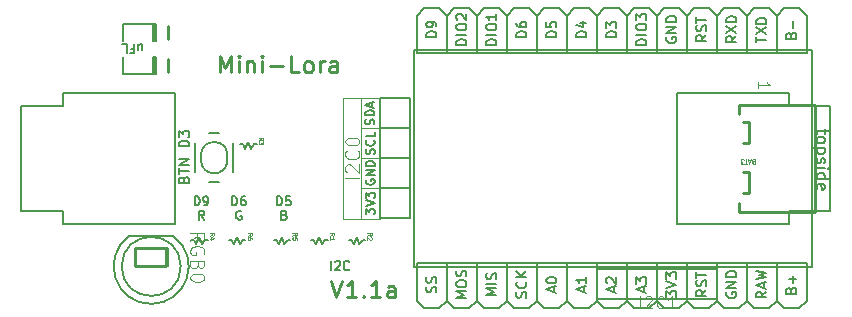
<source format=gbr>
%TF.GenerationSoftware,KiCad,Pcbnew,8.0.5*%
%TF.CreationDate,2024-11-26T22:05:53-06:00*%
%TF.ProjectId,Mini-Lora,4d696e69-2d4c-46f7-9261-2e6b69636164,rev?*%
%TF.SameCoordinates,Original*%
%TF.FileFunction,Legend,Top*%
%TF.FilePolarity,Positive*%
%FSLAX46Y46*%
G04 Gerber Fmt 4.6, Leading zero omitted, Abs format (unit mm)*
G04 Created by KiCad (PCBNEW 8.0.5) date 2024-11-26 22:05:53*
%MOMM*%
%LPD*%
G01*
G04 APERTURE LIST*
%ADD10C,0.100000*%
%ADD11C,0.152400*%
%ADD12C,0.203200*%
%ADD13C,0.133350*%
%ADD14C,0.251460*%
%ADD15C,0.101600*%
%ADD16C,0.032512*%
%ADD17C,0.150000*%
%ADD18C,0.254000*%
%ADD19C,0.200000*%
%ADD20C,0.127000*%
G04 APERTURE END LIST*
D10*
X143164325Y-102470000D02*
X144723650Y-102470000D01*
X144723650Y-105010000D01*
X143164325Y-105010000D01*
X143164325Y-102470000D01*
X143164325Y-105010000D02*
X144723650Y-105010000D01*
X144723650Y-107550000D01*
X143164325Y-107550000D01*
X143164325Y-105010000D01*
X143164325Y-107550000D02*
X144723650Y-107550000D01*
X144723650Y-110109000D01*
X143164325Y-110109000D01*
X143164325Y-107550000D01*
X143164325Y-99930000D02*
X144723650Y-99930000D01*
X144723650Y-110109000D01*
X143164325Y-110109000D01*
X143164325Y-99930000D01*
X141605000Y-99930000D02*
X144723650Y-99930000D01*
X144723650Y-110109000D01*
X141605000Y-110109000D01*
X141605000Y-99930000D01*
D11*
X179549896Y-94584567D02*
X179591020Y-94461195D01*
X179591020Y-94461195D02*
X179632144Y-94420072D01*
X179632144Y-94420072D02*
X179714392Y-94378948D01*
X179714392Y-94378948D02*
X179837763Y-94378948D01*
X179837763Y-94378948D02*
X179920011Y-94420072D01*
X179920011Y-94420072D02*
X179961135Y-94461195D01*
X179961135Y-94461195D02*
X180002258Y-94543443D01*
X180002258Y-94543443D02*
X180002258Y-94872433D01*
X180002258Y-94872433D02*
X179138658Y-94872433D01*
X179138658Y-94872433D02*
X179138658Y-94584567D01*
X179138658Y-94584567D02*
X179179782Y-94502319D01*
X179179782Y-94502319D02*
X179220906Y-94461195D01*
X179220906Y-94461195D02*
X179303154Y-94420072D01*
X179303154Y-94420072D02*
X179385401Y-94420072D01*
X179385401Y-94420072D02*
X179467649Y-94461195D01*
X179467649Y-94461195D02*
X179508773Y-94502319D01*
X179508773Y-94502319D02*
X179549896Y-94584567D01*
X179549896Y-94584567D02*
X179549896Y-94872433D01*
X179673268Y-94008833D02*
X179673268Y-93350853D01*
D12*
X180885915Y-92938644D02*
X180885915Y-96113644D01*
X178345915Y-92938644D02*
X178345915Y-96113644D01*
X178980915Y-92303644D02*
X178345915Y-92938644D01*
X180250915Y-92303644D02*
X178980915Y-92303644D01*
X180885915Y-92938644D02*
X180250915Y-92303644D01*
X178345915Y-96113644D02*
X180885915Y-96113644D01*
D11*
X179549896Y-116174567D02*
X179591020Y-116051195D01*
X179591020Y-116051195D02*
X179632144Y-116010072D01*
X179632144Y-116010072D02*
X179714392Y-115968948D01*
X179714392Y-115968948D02*
X179837763Y-115968948D01*
X179837763Y-115968948D02*
X179920011Y-116010072D01*
X179920011Y-116010072D02*
X179961135Y-116051195D01*
X179961135Y-116051195D02*
X180002258Y-116133443D01*
X180002258Y-116133443D02*
X180002258Y-116462433D01*
X180002258Y-116462433D02*
X179138658Y-116462433D01*
X179138658Y-116462433D02*
X179138658Y-116174567D01*
X179138658Y-116174567D02*
X179179782Y-116092319D01*
X179179782Y-116092319D02*
X179220906Y-116051195D01*
X179220906Y-116051195D02*
X179303154Y-116010072D01*
X179303154Y-116010072D02*
X179385401Y-116010072D01*
X179385401Y-116010072D02*
X179467649Y-116051195D01*
X179467649Y-116051195D02*
X179508773Y-116092319D01*
X179508773Y-116092319D02*
X179549896Y-116174567D01*
X179549896Y-116174567D02*
X179549896Y-116462433D01*
X179673268Y-115598833D02*
X179673268Y-114940853D01*
X180002258Y-115269843D02*
X179344277Y-115269843D01*
D12*
X180885915Y-113893644D02*
X178345915Y-113893644D01*
X180885915Y-113893644D02*
X180885915Y-117068644D01*
X178345915Y-117068644D02*
X178980915Y-117703644D01*
X178980915Y-117703644D02*
X180250915Y-117703644D01*
X180250915Y-117703644D02*
X180885915Y-117068644D01*
D13*
X140613341Y-114464843D02*
X140613341Y-113709193D01*
X140937191Y-113781160D02*
X140973174Y-113745176D01*
X140973174Y-113745176D02*
X141045141Y-113709193D01*
X141045141Y-113709193D02*
X141225058Y-113709193D01*
X141225058Y-113709193D02*
X141297024Y-113745176D01*
X141297024Y-113745176D02*
X141333008Y-113781160D01*
X141333008Y-113781160D02*
X141368991Y-113853126D01*
X141368991Y-113853126D02*
X141368991Y-113925093D01*
X141368991Y-113925093D02*
X141333008Y-114033043D01*
X141333008Y-114033043D02*
X140901208Y-114464843D01*
X140901208Y-114464843D02*
X141368991Y-114464843D01*
X142124641Y-114392876D02*
X142088658Y-114428860D01*
X142088658Y-114428860D02*
X141980708Y-114464843D01*
X141980708Y-114464843D02*
X141908741Y-114464843D01*
X141908741Y-114464843D02*
X141800791Y-114428860D01*
X141800791Y-114428860D02*
X141728825Y-114356893D01*
X141728825Y-114356893D02*
X141692841Y-114284926D01*
X141692841Y-114284926D02*
X141656858Y-114140993D01*
X141656858Y-114140993D02*
X141656858Y-114033043D01*
X141656858Y-114033043D02*
X141692841Y-113889110D01*
X141692841Y-113889110D02*
X141728825Y-113817143D01*
X141728825Y-113817143D02*
X141800791Y-113745176D01*
X141800791Y-113745176D02*
X141908741Y-113709193D01*
X141908741Y-113709193D02*
X141980708Y-113709193D01*
X141980708Y-113709193D02*
X142088658Y-113745176D01*
X142088658Y-113745176D02*
X142124641Y-113781160D01*
X143528793Y-109749167D02*
X143528793Y-109281383D01*
X143528793Y-109281383D02*
X143816660Y-109533267D01*
X143816660Y-109533267D02*
X143816660Y-109425317D01*
X143816660Y-109425317D02*
X143852643Y-109353350D01*
X143852643Y-109353350D02*
X143888626Y-109317367D01*
X143888626Y-109317367D02*
X143960593Y-109281383D01*
X143960593Y-109281383D02*
X144140510Y-109281383D01*
X144140510Y-109281383D02*
X144212476Y-109317367D01*
X144212476Y-109317367D02*
X144248460Y-109353350D01*
X144248460Y-109353350D02*
X144284443Y-109425317D01*
X144284443Y-109425317D02*
X144284443Y-109641217D01*
X144284443Y-109641217D02*
X144248460Y-109713183D01*
X144248460Y-109713183D02*
X144212476Y-109749167D01*
X143528793Y-109065483D02*
X144284443Y-108813600D01*
X144284443Y-108813600D02*
X143528793Y-108561716D01*
X143528793Y-108381800D02*
X143528793Y-107914016D01*
X143528793Y-107914016D02*
X143816660Y-108165900D01*
X143816660Y-108165900D02*
X143816660Y-108057950D01*
X143816660Y-108057950D02*
X143852643Y-107985983D01*
X143852643Y-107985983D02*
X143888626Y-107950000D01*
X143888626Y-107950000D02*
X143960593Y-107914016D01*
X143960593Y-107914016D02*
X144140510Y-107914016D01*
X144140510Y-107914016D02*
X144212476Y-107950000D01*
X144212476Y-107950000D02*
X144248460Y-107985983D01*
X144248460Y-107985983D02*
X144284443Y-108057950D01*
X144284443Y-108057950D02*
X144284443Y-108273850D01*
X144284443Y-108273850D02*
X144248460Y-108345816D01*
X144248460Y-108345816D02*
X144212476Y-108381800D01*
X143564776Y-106823932D02*
X143528793Y-106895899D01*
X143528793Y-106895899D02*
X143528793Y-107003849D01*
X143528793Y-107003849D02*
X143564776Y-107111799D01*
X143564776Y-107111799D02*
X143636743Y-107183766D01*
X143636743Y-107183766D02*
X143708710Y-107219749D01*
X143708710Y-107219749D02*
X143852643Y-107255732D01*
X143852643Y-107255732D02*
X143960593Y-107255732D01*
X143960593Y-107255732D02*
X144104526Y-107219749D01*
X144104526Y-107219749D02*
X144176493Y-107183766D01*
X144176493Y-107183766D02*
X144248460Y-107111799D01*
X144248460Y-107111799D02*
X144284443Y-107003849D01*
X144284443Y-107003849D02*
X144284443Y-106931882D01*
X144284443Y-106931882D02*
X144248460Y-106823932D01*
X144248460Y-106823932D02*
X144212476Y-106787949D01*
X144212476Y-106787949D02*
X143960593Y-106787949D01*
X143960593Y-106787949D02*
X143960593Y-106931882D01*
X144284443Y-106464099D02*
X143528793Y-106464099D01*
X143528793Y-106464099D02*
X144284443Y-106032299D01*
X144284443Y-106032299D02*
X143528793Y-106032299D01*
X144284443Y-105672466D02*
X143528793Y-105672466D01*
X143528793Y-105672466D02*
X143528793Y-105492549D01*
X143528793Y-105492549D02*
X143564776Y-105384599D01*
X143564776Y-105384599D02*
X143636743Y-105312633D01*
X143636743Y-105312633D02*
X143708710Y-105276649D01*
X143708710Y-105276649D02*
X143852643Y-105240666D01*
X143852643Y-105240666D02*
X143960593Y-105240666D01*
X143960593Y-105240666D02*
X144104526Y-105276649D01*
X144104526Y-105276649D02*
X144176493Y-105312633D01*
X144176493Y-105312633D02*
X144248460Y-105384599D01*
X144248460Y-105384599D02*
X144284443Y-105492549D01*
X144284443Y-105492549D02*
X144284443Y-105672466D01*
X144248460Y-104658583D02*
X144284443Y-104550633D01*
X144284443Y-104550633D02*
X144284443Y-104370717D01*
X144284443Y-104370717D02*
X144248460Y-104298750D01*
X144248460Y-104298750D02*
X144212476Y-104262767D01*
X144212476Y-104262767D02*
X144140510Y-104226783D01*
X144140510Y-104226783D02*
X144068543Y-104226783D01*
X144068543Y-104226783D02*
X143996576Y-104262767D01*
X143996576Y-104262767D02*
X143960593Y-104298750D01*
X143960593Y-104298750D02*
X143924610Y-104370717D01*
X143924610Y-104370717D02*
X143888626Y-104514650D01*
X143888626Y-104514650D02*
X143852643Y-104586617D01*
X143852643Y-104586617D02*
X143816660Y-104622600D01*
X143816660Y-104622600D02*
X143744693Y-104658583D01*
X143744693Y-104658583D02*
X143672726Y-104658583D01*
X143672726Y-104658583D02*
X143600760Y-104622600D01*
X143600760Y-104622600D02*
X143564776Y-104586617D01*
X143564776Y-104586617D02*
X143528793Y-104514650D01*
X143528793Y-104514650D02*
X143528793Y-104334733D01*
X143528793Y-104334733D02*
X143564776Y-104226783D01*
X144212476Y-103471133D02*
X144248460Y-103507116D01*
X144248460Y-103507116D02*
X144284443Y-103615066D01*
X144284443Y-103615066D02*
X144284443Y-103687033D01*
X144284443Y-103687033D02*
X144248460Y-103794983D01*
X144248460Y-103794983D02*
X144176493Y-103866950D01*
X144176493Y-103866950D02*
X144104526Y-103902933D01*
X144104526Y-103902933D02*
X143960593Y-103938916D01*
X143960593Y-103938916D02*
X143852643Y-103938916D01*
X143852643Y-103938916D02*
X143708710Y-103902933D01*
X143708710Y-103902933D02*
X143636743Y-103866950D01*
X143636743Y-103866950D02*
X143564776Y-103794983D01*
X143564776Y-103794983D02*
X143528793Y-103687033D01*
X143528793Y-103687033D02*
X143528793Y-103615066D01*
X143528793Y-103615066D02*
X143564776Y-103507116D01*
X143564776Y-103507116D02*
X143600760Y-103471133D01*
X144284443Y-102787450D02*
X144284443Y-103147283D01*
X144284443Y-103147283D02*
X143528793Y-103147283D01*
X144223060Y-102136574D02*
X144259043Y-102028624D01*
X144259043Y-102028624D02*
X144259043Y-101848708D01*
X144259043Y-101848708D02*
X144223060Y-101776741D01*
X144223060Y-101776741D02*
X144187076Y-101740758D01*
X144187076Y-101740758D02*
X144115110Y-101704774D01*
X144115110Y-101704774D02*
X144043143Y-101704774D01*
X144043143Y-101704774D02*
X143971176Y-101740758D01*
X143971176Y-101740758D02*
X143935193Y-101776741D01*
X143935193Y-101776741D02*
X143899210Y-101848708D01*
X143899210Y-101848708D02*
X143863226Y-101992641D01*
X143863226Y-101992641D02*
X143827243Y-102064608D01*
X143827243Y-102064608D02*
X143791260Y-102100591D01*
X143791260Y-102100591D02*
X143719293Y-102136574D01*
X143719293Y-102136574D02*
X143647326Y-102136574D01*
X143647326Y-102136574D02*
X143575360Y-102100591D01*
X143575360Y-102100591D02*
X143539376Y-102064608D01*
X143539376Y-102064608D02*
X143503393Y-101992641D01*
X143503393Y-101992641D02*
X143503393Y-101812724D01*
X143503393Y-101812724D02*
X143539376Y-101704774D01*
X144259043Y-101380924D02*
X143503393Y-101380924D01*
X143503393Y-101380924D02*
X143503393Y-101201007D01*
X143503393Y-101201007D02*
X143539376Y-101093057D01*
X143539376Y-101093057D02*
X143611343Y-101021091D01*
X143611343Y-101021091D02*
X143683310Y-100985107D01*
X143683310Y-100985107D02*
X143827243Y-100949124D01*
X143827243Y-100949124D02*
X143935193Y-100949124D01*
X143935193Y-100949124D02*
X144079126Y-100985107D01*
X144079126Y-100985107D02*
X144151093Y-101021091D01*
X144151093Y-101021091D02*
X144223060Y-101093057D01*
X144223060Y-101093057D02*
X144259043Y-101201007D01*
X144259043Y-101201007D02*
X144259043Y-101380924D01*
X144043143Y-100661257D02*
X144043143Y-100301424D01*
X144259043Y-100733224D02*
X143503393Y-100481341D01*
X143503393Y-100481341D02*
X144259043Y-100229457D01*
D14*
X131162875Y-97744023D02*
X131162875Y-96319083D01*
X131162875Y-96319083D02*
X131637855Y-97336897D01*
X131637855Y-97336897D02*
X132112835Y-96319083D01*
X132112835Y-96319083D02*
X132112835Y-97744023D01*
X132791378Y-97744023D02*
X132791378Y-96794063D01*
X132791378Y-96319083D02*
X132723524Y-96386937D01*
X132723524Y-96386937D02*
X132791378Y-96454791D01*
X132791378Y-96454791D02*
X132859232Y-96386937D01*
X132859232Y-96386937D02*
X132791378Y-96319083D01*
X132791378Y-96319083D02*
X132791378Y-96454791D01*
X133469921Y-96794063D02*
X133469921Y-97744023D01*
X133469921Y-96929771D02*
X133537775Y-96861917D01*
X133537775Y-96861917D02*
X133673484Y-96794063D01*
X133673484Y-96794063D02*
X133877047Y-96794063D01*
X133877047Y-96794063D02*
X134012755Y-96861917D01*
X134012755Y-96861917D02*
X134080610Y-96997626D01*
X134080610Y-96997626D02*
X134080610Y-97744023D01*
X134759152Y-97744023D02*
X134759152Y-96794063D01*
X134759152Y-96319083D02*
X134691298Y-96386937D01*
X134691298Y-96386937D02*
X134759152Y-96454791D01*
X134759152Y-96454791D02*
X134827006Y-96386937D01*
X134827006Y-96386937D02*
X134759152Y-96319083D01*
X134759152Y-96319083D02*
X134759152Y-96454791D01*
X135437695Y-97201189D02*
X136523364Y-97201189D01*
X137880449Y-97744023D02*
X137201906Y-97744023D01*
X137201906Y-97744023D02*
X137201906Y-96319083D01*
X138558992Y-97744023D02*
X138423283Y-97676169D01*
X138423283Y-97676169D02*
X138355429Y-97608314D01*
X138355429Y-97608314D02*
X138287575Y-97472606D01*
X138287575Y-97472606D02*
X138287575Y-97065480D01*
X138287575Y-97065480D02*
X138355429Y-96929771D01*
X138355429Y-96929771D02*
X138423283Y-96861917D01*
X138423283Y-96861917D02*
X138558992Y-96794063D01*
X138558992Y-96794063D02*
X138762555Y-96794063D01*
X138762555Y-96794063D02*
X138898263Y-96861917D01*
X138898263Y-96861917D02*
X138966118Y-96929771D01*
X138966118Y-96929771D02*
X139033972Y-97065480D01*
X139033972Y-97065480D02*
X139033972Y-97472606D01*
X139033972Y-97472606D02*
X138966118Y-97608314D01*
X138966118Y-97608314D02*
X138898263Y-97676169D01*
X138898263Y-97676169D02*
X138762555Y-97744023D01*
X138762555Y-97744023D02*
X138558992Y-97744023D01*
X139644660Y-97744023D02*
X139644660Y-96794063D01*
X139644660Y-97065480D02*
X139712514Y-96929771D01*
X139712514Y-96929771D02*
X139780369Y-96861917D01*
X139780369Y-96861917D02*
X139916077Y-96794063D01*
X139916077Y-96794063D02*
X140051786Y-96794063D01*
X141137455Y-97744023D02*
X141137455Y-96997626D01*
X141137455Y-96997626D02*
X141069600Y-96861917D01*
X141069600Y-96861917D02*
X140933892Y-96794063D01*
X140933892Y-96794063D02*
X140662475Y-96794063D01*
X140662475Y-96794063D02*
X140526766Y-96861917D01*
X141137455Y-97676169D02*
X141001746Y-97744023D01*
X141001746Y-97744023D02*
X140662475Y-97744023D01*
X140662475Y-97744023D02*
X140526766Y-97676169D01*
X140526766Y-97676169D02*
X140458912Y-97540460D01*
X140458912Y-97540460D02*
X140458912Y-97404751D01*
X140458912Y-97404751D02*
X140526766Y-97269043D01*
X140526766Y-97269043D02*
X140662475Y-97201189D01*
X140662475Y-97201189D02*
X141001746Y-97201189D01*
X141001746Y-97201189D02*
X141137455Y-97133334D01*
D12*
X178345915Y-113893644D02*
X175805915Y-113893644D01*
X175805915Y-113893644D02*
X173265915Y-113893644D01*
X173265915Y-113893644D02*
X170725915Y-113893644D01*
X170725915Y-113893644D02*
X168185915Y-113893644D01*
X168185915Y-113893644D02*
X165645915Y-113893644D01*
X165645915Y-113893644D02*
X163105915Y-113893644D01*
X163105915Y-113893644D02*
X160565915Y-113893644D01*
X160565915Y-117068644D02*
X161200915Y-117703644D01*
X161200915Y-117703644D02*
X162470915Y-117703644D01*
X162470915Y-117703644D02*
X163105915Y-117068644D01*
X163105915Y-117068644D02*
X163740915Y-117703644D01*
X163740915Y-117703644D02*
X165010915Y-117703644D01*
X165010915Y-117703644D02*
X165645915Y-117068644D01*
X165645915Y-117068644D02*
X166280915Y-117703644D01*
X166280915Y-117703644D02*
X167550915Y-117703644D01*
X167550915Y-117703644D02*
X168185915Y-117068644D01*
X168185915Y-117068644D02*
X168820915Y-117703644D01*
X168820915Y-117703644D02*
X170090915Y-117703644D01*
X170090915Y-117703644D02*
X170725915Y-117068644D01*
X170725915Y-117068644D02*
X171360915Y-117703644D01*
X171360915Y-117703644D02*
X172630915Y-117703644D01*
X172630915Y-117703644D02*
X173265915Y-117068644D01*
X173265915Y-117068644D02*
X173900915Y-117703644D01*
X173900915Y-117703644D02*
X175170915Y-117703644D01*
X175170915Y-117703644D02*
X175805915Y-117068644D01*
X175805915Y-117068644D02*
X176440915Y-117703644D01*
X176440915Y-117703644D02*
X177710915Y-117703644D01*
X177710915Y-117703644D02*
X178345915Y-117068644D01*
X178345915Y-113893644D02*
X178345915Y-117068644D01*
X175805915Y-117068644D02*
X175805915Y-113893644D01*
X173265915Y-117068644D02*
X173265915Y-113893644D01*
X170725915Y-117068644D02*
X170725915Y-113893644D01*
X168185915Y-117068644D02*
X168185915Y-113893644D01*
X165645915Y-117068644D02*
X165645915Y-113893644D01*
X163105915Y-117068644D02*
X163105915Y-113893644D01*
X160565915Y-113893644D02*
X155485915Y-113893644D01*
X155485915Y-113893644D02*
X152945915Y-113893644D01*
X152945915Y-113893644D02*
X150405915Y-113893644D01*
X150405915Y-113893644D02*
X147865915Y-113893644D01*
X147865915Y-117068644D02*
X148500915Y-117703644D01*
X148500915Y-117703644D02*
X149770915Y-117703644D01*
X149770915Y-117703644D02*
X150405915Y-117068644D01*
X150405915Y-117068644D02*
X151040915Y-117703644D01*
X151040915Y-117703644D02*
X152310915Y-117703644D01*
X152310915Y-117703644D02*
X152945915Y-117068644D01*
X152945915Y-117068644D02*
X153580915Y-117703644D01*
X153580915Y-117703644D02*
X154850915Y-117703644D01*
X154850915Y-117703644D02*
X155485915Y-117068644D01*
X155485915Y-117068644D02*
X156120915Y-117703644D01*
X156120915Y-117703644D02*
X157390915Y-117703644D01*
X157390915Y-117703644D02*
X158025915Y-117068644D01*
X158025915Y-117068644D02*
X158660915Y-117703644D01*
X158660915Y-117703644D02*
X159930915Y-117703644D01*
X159930915Y-117703644D02*
X160565915Y-117068644D01*
X160565915Y-113893644D02*
X160565915Y-117068644D01*
X158025915Y-117068644D02*
X158025915Y-113893644D01*
X155485915Y-117068644D02*
X155485915Y-113893644D01*
X152945915Y-117068644D02*
X152945915Y-113893644D01*
X150405915Y-117068644D02*
X150405915Y-113893644D01*
X147865915Y-117068644D02*
X147865915Y-113893644D01*
X147865915Y-96113644D02*
X150405915Y-96113644D01*
X150405915Y-96113644D02*
X152945915Y-96113644D01*
X152945915Y-96113644D02*
X155485915Y-96113644D01*
X155485915Y-96113644D02*
X158025915Y-96113644D01*
X158025915Y-96113644D02*
X160565915Y-96113644D01*
X160565915Y-96113644D02*
X163105915Y-96113644D01*
X163105915Y-96113644D02*
X168185915Y-96113644D01*
X165645915Y-92938644D02*
X165010915Y-92303644D01*
X165010915Y-92303644D02*
X163740915Y-92303644D01*
X163740915Y-92303644D02*
X163105915Y-92938644D01*
X163105915Y-92938644D02*
X162470915Y-92303644D01*
X162470915Y-92303644D02*
X161200915Y-92303644D01*
X161200915Y-92303644D02*
X160565915Y-92938644D01*
X160565915Y-92938644D02*
X159930915Y-92303644D01*
X159930915Y-92303644D02*
X158660915Y-92303644D01*
X158660915Y-92303644D02*
X158025915Y-92938644D01*
X158025915Y-92938644D02*
X157390915Y-92303644D01*
X157390915Y-92303644D02*
X156120915Y-92303644D01*
X156120915Y-92303644D02*
X155485915Y-92938644D01*
X155485915Y-92938644D02*
X154850915Y-92303644D01*
X154850915Y-92303644D02*
X153580915Y-92303644D01*
X153580915Y-92303644D02*
X152945915Y-92938644D01*
X152945915Y-92938644D02*
X152310915Y-92303644D01*
X152310915Y-92303644D02*
X151040915Y-92303644D01*
X151040915Y-92303644D02*
X150405915Y-92938644D01*
X150405915Y-92938644D02*
X149770915Y-92303644D01*
X149770915Y-92303644D02*
X148500915Y-92303644D01*
X148500915Y-92303644D02*
X147865915Y-92938644D01*
X147865915Y-96113644D02*
X147865915Y-92938644D01*
X150405915Y-92938644D02*
X150405915Y-96113644D01*
X152945915Y-92938644D02*
X152945915Y-96113644D01*
X155485915Y-92938644D02*
X155485915Y-96113644D01*
X158025915Y-92938644D02*
X158025915Y-96113644D01*
X160565915Y-92938644D02*
X160565915Y-96113644D01*
X163105915Y-92938644D02*
X163105915Y-96113644D01*
D11*
X172382258Y-94584567D02*
X171971020Y-94872433D01*
X172382258Y-95078052D02*
X171518658Y-95078052D01*
X171518658Y-95078052D02*
X171518658Y-94749062D01*
X171518658Y-94749062D02*
X171559782Y-94666814D01*
X171559782Y-94666814D02*
X171600906Y-94625691D01*
X171600906Y-94625691D02*
X171683154Y-94584567D01*
X171683154Y-94584567D02*
X171806525Y-94584567D01*
X171806525Y-94584567D02*
X171888773Y-94625691D01*
X171888773Y-94625691D02*
X171929896Y-94666814D01*
X171929896Y-94666814D02*
X171971020Y-94749062D01*
X171971020Y-94749062D02*
X171971020Y-95078052D01*
X172341135Y-94255576D02*
X172382258Y-94132205D01*
X172382258Y-94132205D02*
X172382258Y-93926586D01*
X172382258Y-93926586D02*
X172341135Y-93844338D01*
X172341135Y-93844338D02*
X172300011Y-93803214D01*
X172300011Y-93803214D02*
X172217763Y-93762091D01*
X172217763Y-93762091D02*
X172135515Y-93762091D01*
X172135515Y-93762091D02*
X172053268Y-93803214D01*
X172053268Y-93803214D02*
X172012144Y-93844338D01*
X172012144Y-93844338D02*
X171971020Y-93926586D01*
X171971020Y-93926586D02*
X171929896Y-94091081D01*
X171929896Y-94091081D02*
X171888773Y-94173329D01*
X171888773Y-94173329D02*
X171847649Y-94214452D01*
X171847649Y-94214452D02*
X171765401Y-94255576D01*
X171765401Y-94255576D02*
X171683154Y-94255576D01*
X171683154Y-94255576D02*
X171600906Y-94214452D01*
X171600906Y-94214452D02*
X171559782Y-94173329D01*
X171559782Y-94173329D02*
X171518658Y-94091081D01*
X171518658Y-94091081D02*
X171518658Y-93885462D01*
X171518658Y-93885462D02*
X171559782Y-93762091D01*
X171518658Y-93515348D02*
X171518658Y-93021862D01*
X172382258Y-93268605D02*
X171518658Y-93268605D01*
D12*
X168185915Y-96113644D02*
X170725915Y-96113644D01*
X170725915Y-96113644D02*
X173265915Y-96113644D01*
X173265915Y-96113644D02*
X175805915Y-96113644D01*
X175805915Y-96113644D02*
X178345915Y-96113644D01*
X178345915Y-92938644D02*
X177710915Y-92303644D01*
X177710915Y-92303644D02*
X176440915Y-92303644D01*
X176440915Y-92303644D02*
X175805915Y-92938644D01*
X175805915Y-92938644D02*
X175170915Y-92303644D01*
X175170915Y-92303644D02*
X173900915Y-92303644D01*
X173900915Y-92303644D02*
X173265915Y-92938644D01*
X173265915Y-92938644D02*
X172630915Y-92303644D01*
X172630915Y-92303644D02*
X171360915Y-92303644D01*
X171360915Y-92303644D02*
X170725915Y-92938644D01*
X170725915Y-92938644D02*
X170090915Y-92303644D01*
X170090915Y-92303644D02*
X168820915Y-92303644D01*
X168820915Y-92303644D02*
X168185915Y-92938644D01*
X168185915Y-92938644D02*
X167550915Y-92303644D01*
X167550915Y-92303644D02*
X166280915Y-92303644D01*
X166280915Y-92303644D02*
X165645915Y-92938644D01*
X165645915Y-96113644D02*
X165645915Y-92938644D01*
X168185915Y-92938644D02*
X168185915Y-96113644D01*
X170725915Y-92938644D02*
X170725915Y-96113644D01*
X173265915Y-92938644D02*
X173265915Y-96113644D01*
X175805915Y-92938644D02*
X175805915Y-96113644D01*
X178345915Y-92938644D02*
X178345915Y-96113644D01*
D11*
X174922258Y-94687377D02*
X174511020Y-94975243D01*
X174922258Y-95180862D02*
X174058658Y-95180862D01*
X174058658Y-95180862D02*
X174058658Y-94851872D01*
X174058658Y-94851872D02*
X174099782Y-94769624D01*
X174099782Y-94769624D02*
X174140906Y-94728501D01*
X174140906Y-94728501D02*
X174223154Y-94687377D01*
X174223154Y-94687377D02*
X174346525Y-94687377D01*
X174346525Y-94687377D02*
X174428773Y-94728501D01*
X174428773Y-94728501D02*
X174469896Y-94769624D01*
X174469896Y-94769624D02*
X174511020Y-94851872D01*
X174511020Y-94851872D02*
X174511020Y-95180862D01*
X174058658Y-94399510D02*
X174922258Y-93823777D01*
X174058658Y-93823777D02*
X174922258Y-94399510D01*
X174922258Y-93494786D02*
X174058658Y-93494786D01*
X174058658Y-93494786D02*
X174058658Y-93289167D01*
X174058658Y-93289167D02*
X174099782Y-93165796D01*
X174099782Y-93165796D02*
X174182030Y-93083548D01*
X174182030Y-93083548D02*
X174264277Y-93042425D01*
X174264277Y-93042425D02*
X174428773Y-93001301D01*
X174428773Y-93001301D02*
X174552144Y-93001301D01*
X174552144Y-93001301D02*
X174716639Y-93042425D01*
X174716639Y-93042425D02*
X174798887Y-93083548D01*
X174798887Y-93083548D02*
X174881135Y-93165796D01*
X174881135Y-93165796D02*
X174922258Y-93289167D01*
X174922258Y-93289167D02*
X174922258Y-93494786D01*
X176598658Y-95201424D02*
X176598658Y-94707938D01*
X177462258Y-94954681D02*
X176598658Y-94954681D01*
X176598658Y-94502319D02*
X177462258Y-93926586D01*
X176598658Y-93926586D02*
X177462258Y-94502319D01*
X177462258Y-93597595D02*
X176598658Y-93597595D01*
X176598658Y-93597595D02*
X176598658Y-93391976D01*
X176598658Y-93391976D02*
X176639782Y-93268605D01*
X176639782Y-93268605D02*
X176722030Y-93186357D01*
X176722030Y-93186357D02*
X176804277Y-93145234D01*
X176804277Y-93145234D02*
X176968773Y-93104110D01*
X176968773Y-93104110D02*
X177092144Y-93104110D01*
X177092144Y-93104110D02*
X177256639Y-93145234D01*
X177256639Y-93145234D02*
X177338887Y-93186357D01*
X177338887Y-93186357D02*
X177421135Y-93268605D01*
X177421135Y-93268605D02*
X177462258Y-93391976D01*
X177462258Y-93391976D02*
X177462258Y-93597595D01*
X169019782Y-94769625D02*
X168978658Y-94851872D01*
X168978658Y-94851872D02*
X168978658Y-94975244D01*
X168978658Y-94975244D02*
X169019782Y-95098615D01*
X169019782Y-95098615D02*
X169102030Y-95180863D01*
X169102030Y-95180863D02*
X169184277Y-95221986D01*
X169184277Y-95221986D02*
X169348773Y-95263110D01*
X169348773Y-95263110D02*
X169472144Y-95263110D01*
X169472144Y-95263110D02*
X169636639Y-95221986D01*
X169636639Y-95221986D02*
X169718887Y-95180863D01*
X169718887Y-95180863D02*
X169801135Y-95098615D01*
X169801135Y-95098615D02*
X169842258Y-94975244D01*
X169842258Y-94975244D02*
X169842258Y-94892996D01*
X169842258Y-94892996D02*
X169801135Y-94769625D01*
X169801135Y-94769625D02*
X169760011Y-94728501D01*
X169760011Y-94728501D02*
X169472144Y-94728501D01*
X169472144Y-94728501D02*
X169472144Y-94892996D01*
X169842258Y-94358386D02*
X168978658Y-94358386D01*
X168978658Y-94358386D02*
X169842258Y-93864901D01*
X169842258Y-93864901D02*
X168978658Y-93864901D01*
X169842258Y-93453662D02*
X168978658Y-93453662D01*
X168978658Y-93453662D02*
X168978658Y-93248043D01*
X168978658Y-93248043D02*
X169019782Y-93124672D01*
X169019782Y-93124672D02*
X169102030Y-93042424D01*
X169102030Y-93042424D02*
X169184277Y-93001301D01*
X169184277Y-93001301D02*
X169348773Y-92960177D01*
X169348773Y-92960177D02*
X169472144Y-92960177D01*
X169472144Y-92960177D02*
X169636639Y-93001301D01*
X169636639Y-93001301D02*
X169718887Y-93042424D01*
X169718887Y-93042424D02*
X169801135Y-93124672D01*
X169801135Y-93124672D02*
X169842258Y-93248043D01*
X169842258Y-93248043D02*
X169842258Y-93453662D01*
X167302258Y-95407043D02*
X166438658Y-95407043D01*
X166438658Y-95407043D02*
X166438658Y-95201424D01*
X166438658Y-95201424D02*
X166479782Y-95078053D01*
X166479782Y-95078053D02*
X166562030Y-94995805D01*
X166562030Y-94995805D02*
X166644277Y-94954682D01*
X166644277Y-94954682D02*
X166808773Y-94913558D01*
X166808773Y-94913558D02*
X166932144Y-94913558D01*
X166932144Y-94913558D02*
X167096639Y-94954682D01*
X167096639Y-94954682D02*
X167178887Y-94995805D01*
X167178887Y-94995805D02*
X167261135Y-95078053D01*
X167261135Y-95078053D02*
X167302258Y-95201424D01*
X167302258Y-95201424D02*
X167302258Y-95407043D01*
X167302258Y-94543443D02*
X166438658Y-94543443D01*
X166438658Y-93967710D02*
X166438658Y-93803215D01*
X166438658Y-93803215D02*
X166479782Y-93720967D01*
X166479782Y-93720967D02*
X166562030Y-93638720D01*
X166562030Y-93638720D02*
X166726525Y-93597596D01*
X166726525Y-93597596D02*
X167014392Y-93597596D01*
X167014392Y-93597596D02*
X167178887Y-93638720D01*
X167178887Y-93638720D02*
X167261135Y-93720967D01*
X167261135Y-93720967D02*
X167302258Y-93803215D01*
X167302258Y-93803215D02*
X167302258Y-93967710D01*
X167302258Y-93967710D02*
X167261135Y-94049958D01*
X167261135Y-94049958D02*
X167178887Y-94132205D01*
X167178887Y-94132205D02*
X167014392Y-94173329D01*
X167014392Y-94173329D02*
X166726525Y-94173329D01*
X166726525Y-94173329D02*
X166562030Y-94132205D01*
X166562030Y-94132205D02*
X166479782Y-94049958D01*
X166479782Y-94049958D02*
X166438658Y-93967710D01*
X166438658Y-93309729D02*
X166438658Y-92775120D01*
X166438658Y-92775120D02*
X166767649Y-93062986D01*
X166767649Y-93062986D02*
X166767649Y-92939615D01*
X166767649Y-92939615D02*
X166808773Y-92857367D01*
X166808773Y-92857367D02*
X166849896Y-92816243D01*
X166849896Y-92816243D02*
X166932144Y-92775120D01*
X166932144Y-92775120D02*
X167137763Y-92775120D01*
X167137763Y-92775120D02*
X167220011Y-92816243D01*
X167220011Y-92816243D02*
X167261135Y-92857367D01*
X167261135Y-92857367D02*
X167302258Y-92939615D01*
X167302258Y-92939615D02*
X167302258Y-93186358D01*
X167302258Y-93186358D02*
X167261135Y-93268605D01*
X167261135Y-93268605D02*
X167220011Y-93309729D01*
X164762258Y-94749062D02*
X163898658Y-94749062D01*
X163898658Y-94749062D02*
X163898658Y-94543443D01*
X163898658Y-94543443D02*
X163939782Y-94420072D01*
X163939782Y-94420072D02*
X164022030Y-94337824D01*
X164022030Y-94337824D02*
X164104277Y-94296701D01*
X164104277Y-94296701D02*
X164268773Y-94255577D01*
X164268773Y-94255577D02*
X164392144Y-94255577D01*
X164392144Y-94255577D02*
X164556639Y-94296701D01*
X164556639Y-94296701D02*
X164638887Y-94337824D01*
X164638887Y-94337824D02*
X164721135Y-94420072D01*
X164721135Y-94420072D02*
X164762258Y-94543443D01*
X164762258Y-94543443D02*
X164762258Y-94749062D01*
X163898658Y-93967710D02*
X163898658Y-93433101D01*
X163898658Y-93433101D02*
X164227649Y-93720967D01*
X164227649Y-93720967D02*
X164227649Y-93597596D01*
X164227649Y-93597596D02*
X164268773Y-93515348D01*
X164268773Y-93515348D02*
X164309896Y-93474224D01*
X164309896Y-93474224D02*
X164392144Y-93433101D01*
X164392144Y-93433101D02*
X164597763Y-93433101D01*
X164597763Y-93433101D02*
X164680011Y-93474224D01*
X164680011Y-93474224D02*
X164721135Y-93515348D01*
X164721135Y-93515348D02*
X164762258Y-93597596D01*
X164762258Y-93597596D02*
X164762258Y-93844339D01*
X164762258Y-93844339D02*
X164721135Y-93926586D01*
X164721135Y-93926586D02*
X164680011Y-93967710D01*
X162222258Y-94749062D02*
X161358658Y-94749062D01*
X161358658Y-94749062D02*
X161358658Y-94543443D01*
X161358658Y-94543443D02*
X161399782Y-94420072D01*
X161399782Y-94420072D02*
X161482030Y-94337824D01*
X161482030Y-94337824D02*
X161564277Y-94296701D01*
X161564277Y-94296701D02*
X161728773Y-94255577D01*
X161728773Y-94255577D02*
X161852144Y-94255577D01*
X161852144Y-94255577D02*
X162016639Y-94296701D01*
X162016639Y-94296701D02*
X162098887Y-94337824D01*
X162098887Y-94337824D02*
X162181135Y-94420072D01*
X162181135Y-94420072D02*
X162222258Y-94543443D01*
X162222258Y-94543443D02*
X162222258Y-94749062D01*
X161646525Y-93515348D02*
X162222258Y-93515348D01*
X161317535Y-93720967D02*
X161934392Y-93926586D01*
X161934392Y-93926586D02*
X161934392Y-93391977D01*
X159682258Y-94749062D02*
X158818658Y-94749062D01*
X158818658Y-94749062D02*
X158818658Y-94543443D01*
X158818658Y-94543443D02*
X158859782Y-94420072D01*
X158859782Y-94420072D02*
X158942030Y-94337824D01*
X158942030Y-94337824D02*
X159024277Y-94296701D01*
X159024277Y-94296701D02*
X159188773Y-94255577D01*
X159188773Y-94255577D02*
X159312144Y-94255577D01*
X159312144Y-94255577D02*
X159476639Y-94296701D01*
X159476639Y-94296701D02*
X159558887Y-94337824D01*
X159558887Y-94337824D02*
X159641135Y-94420072D01*
X159641135Y-94420072D02*
X159682258Y-94543443D01*
X159682258Y-94543443D02*
X159682258Y-94749062D01*
X158818658Y-93474224D02*
X158818658Y-93885462D01*
X158818658Y-93885462D02*
X159229896Y-93926586D01*
X159229896Y-93926586D02*
X159188773Y-93885462D01*
X159188773Y-93885462D02*
X159147649Y-93803215D01*
X159147649Y-93803215D02*
X159147649Y-93597596D01*
X159147649Y-93597596D02*
X159188773Y-93515348D01*
X159188773Y-93515348D02*
X159229896Y-93474224D01*
X159229896Y-93474224D02*
X159312144Y-93433101D01*
X159312144Y-93433101D02*
X159517763Y-93433101D01*
X159517763Y-93433101D02*
X159600011Y-93474224D01*
X159600011Y-93474224D02*
X159641135Y-93515348D01*
X159641135Y-93515348D02*
X159682258Y-93597596D01*
X159682258Y-93597596D02*
X159682258Y-93803215D01*
X159682258Y-93803215D02*
X159641135Y-93885462D01*
X159641135Y-93885462D02*
X159600011Y-93926586D01*
X157142258Y-94749062D02*
X156278658Y-94749062D01*
X156278658Y-94749062D02*
X156278658Y-94543443D01*
X156278658Y-94543443D02*
X156319782Y-94420072D01*
X156319782Y-94420072D02*
X156402030Y-94337824D01*
X156402030Y-94337824D02*
X156484277Y-94296701D01*
X156484277Y-94296701D02*
X156648773Y-94255577D01*
X156648773Y-94255577D02*
X156772144Y-94255577D01*
X156772144Y-94255577D02*
X156936639Y-94296701D01*
X156936639Y-94296701D02*
X157018887Y-94337824D01*
X157018887Y-94337824D02*
X157101135Y-94420072D01*
X157101135Y-94420072D02*
X157142258Y-94543443D01*
X157142258Y-94543443D02*
X157142258Y-94749062D01*
X156278658Y-93515348D02*
X156278658Y-93679843D01*
X156278658Y-93679843D02*
X156319782Y-93762091D01*
X156319782Y-93762091D02*
X156360906Y-93803215D01*
X156360906Y-93803215D02*
X156484277Y-93885462D01*
X156484277Y-93885462D02*
X156648773Y-93926586D01*
X156648773Y-93926586D02*
X156977763Y-93926586D01*
X156977763Y-93926586D02*
X157060011Y-93885462D01*
X157060011Y-93885462D02*
X157101135Y-93844339D01*
X157101135Y-93844339D02*
X157142258Y-93762091D01*
X157142258Y-93762091D02*
X157142258Y-93597596D01*
X157142258Y-93597596D02*
X157101135Y-93515348D01*
X157101135Y-93515348D02*
X157060011Y-93474224D01*
X157060011Y-93474224D02*
X156977763Y-93433101D01*
X156977763Y-93433101D02*
X156772144Y-93433101D01*
X156772144Y-93433101D02*
X156689896Y-93474224D01*
X156689896Y-93474224D02*
X156648773Y-93515348D01*
X156648773Y-93515348D02*
X156607649Y-93597596D01*
X156607649Y-93597596D02*
X156607649Y-93762091D01*
X156607649Y-93762091D02*
X156648773Y-93844339D01*
X156648773Y-93844339D02*
X156689896Y-93885462D01*
X156689896Y-93885462D02*
X156772144Y-93926586D01*
X154602258Y-95407043D02*
X153738658Y-95407043D01*
X153738658Y-95407043D02*
X153738658Y-95201424D01*
X153738658Y-95201424D02*
X153779782Y-95078053D01*
X153779782Y-95078053D02*
X153862030Y-94995805D01*
X153862030Y-94995805D02*
X153944277Y-94954682D01*
X153944277Y-94954682D02*
X154108773Y-94913558D01*
X154108773Y-94913558D02*
X154232144Y-94913558D01*
X154232144Y-94913558D02*
X154396639Y-94954682D01*
X154396639Y-94954682D02*
X154478887Y-94995805D01*
X154478887Y-94995805D02*
X154561135Y-95078053D01*
X154561135Y-95078053D02*
X154602258Y-95201424D01*
X154602258Y-95201424D02*
X154602258Y-95407043D01*
X154602258Y-94543443D02*
X153738658Y-94543443D01*
X153738658Y-93967710D02*
X153738658Y-93803215D01*
X153738658Y-93803215D02*
X153779782Y-93720967D01*
X153779782Y-93720967D02*
X153862030Y-93638720D01*
X153862030Y-93638720D02*
X154026525Y-93597596D01*
X154026525Y-93597596D02*
X154314392Y-93597596D01*
X154314392Y-93597596D02*
X154478887Y-93638720D01*
X154478887Y-93638720D02*
X154561135Y-93720967D01*
X154561135Y-93720967D02*
X154602258Y-93803215D01*
X154602258Y-93803215D02*
X154602258Y-93967710D01*
X154602258Y-93967710D02*
X154561135Y-94049958D01*
X154561135Y-94049958D02*
X154478887Y-94132205D01*
X154478887Y-94132205D02*
X154314392Y-94173329D01*
X154314392Y-94173329D02*
X154026525Y-94173329D01*
X154026525Y-94173329D02*
X153862030Y-94132205D01*
X153862030Y-94132205D02*
X153779782Y-94049958D01*
X153779782Y-94049958D02*
X153738658Y-93967710D01*
X154602258Y-92775120D02*
X154602258Y-93268605D01*
X154602258Y-93021862D02*
X153738658Y-93021862D01*
X153738658Y-93021862D02*
X153862030Y-93104110D01*
X153862030Y-93104110D02*
X153944277Y-93186358D01*
X153944277Y-93186358D02*
X153985401Y-93268605D01*
X152062258Y-95407043D02*
X151198658Y-95407043D01*
X151198658Y-95407043D02*
X151198658Y-95201424D01*
X151198658Y-95201424D02*
X151239782Y-95078053D01*
X151239782Y-95078053D02*
X151322030Y-94995805D01*
X151322030Y-94995805D02*
X151404277Y-94954682D01*
X151404277Y-94954682D02*
X151568773Y-94913558D01*
X151568773Y-94913558D02*
X151692144Y-94913558D01*
X151692144Y-94913558D02*
X151856639Y-94954682D01*
X151856639Y-94954682D02*
X151938887Y-94995805D01*
X151938887Y-94995805D02*
X152021135Y-95078053D01*
X152021135Y-95078053D02*
X152062258Y-95201424D01*
X152062258Y-95201424D02*
X152062258Y-95407043D01*
X152062258Y-94543443D02*
X151198658Y-94543443D01*
X151198658Y-93967710D02*
X151198658Y-93803215D01*
X151198658Y-93803215D02*
X151239782Y-93720967D01*
X151239782Y-93720967D02*
X151322030Y-93638720D01*
X151322030Y-93638720D02*
X151486525Y-93597596D01*
X151486525Y-93597596D02*
X151774392Y-93597596D01*
X151774392Y-93597596D02*
X151938887Y-93638720D01*
X151938887Y-93638720D02*
X152021135Y-93720967D01*
X152021135Y-93720967D02*
X152062258Y-93803215D01*
X152062258Y-93803215D02*
X152062258Y-93967710D01*
X152062258Y-93967710D02*
X152021135Y-94049958D01*
X152021135Y-94049958D02*
X151938887Y-94132205D01*
X151938887Y-94132205D02*
X151774392Y-94173329D01*
X151774392Y-94173329D02*
X151486525Y-94173329D01*
X151486525Y-94173329D02*
X151322030Y-94132205D01*
X151322030Y-94132205D02*
X151239782Y-94049958D01*
X151239782Y-94049958D02*
X151198658Y-93967710D01*
X151280906Y-93268605D02*
X151239782Y-93227481D01*
X151239782Y-93227481D02*
X151198658Y-93145234D01*
X151198658Y-93145234D02*
X151198658Y-92939615D01*
X151198658Y-92939615D02*
X151239782Y-92857367D01*
X151239782Y-92857367D02*
X151280906Y-92816243D01*
X151280906Y-92816243D02*
X151363154Y-92775120D01*
X151363154Y-92775120D02*
X151445401Y-92775120D01*
X151445401Y-92775120D02*
X151568773Y-92816243D01*
X151568773Y-92816243D02*
X152062258Y-93309729D01*
X152062258Y-93309729D02*
X152062258Y-92775120D01*
X149522258Y-94749062D02*
X148658658Y-94749062D01*
X148658658Y-94749062D02*
X148658658Y-94543443D01*
X148658658Y-94543443D02*
X148699782Y-94420072D01*
X148699782Y-94420072D02*
X148782030Y-94337824D01*
X148782030Y-94337824D02*
X148864277Y-94296701D01*
X148864277Y-94296701D02*
X149028773Y-94255577D01*
X149028773Y-94255577D02*
X149152144Y-94255577D01*
X149152144Y-94255577D02*
X149316639Y-94296701D01*
X149316639Y-94296701D02*
X149398887Y-94337824D01*
X149398887Y-94337824D02*
X149481135Y-94420072D01*
X149481135Y-94420072D02*
X149522258Y-94543443D01*
X149522258Y-94543443D02*
X149522258Y-94749062D01*
X149522258Y-93844339D02*
X149522258Y-93679843D01*
X149522258Y-93679843D02*
X149481135Y-93597596D01*
X149481135Y-93597596D02*
X149440011Y-93556472D01*
X149440011Y-93556472D02*
X149316639Y-93474224D01*
X149316639Y-93474224D02*
X149152144Y-93433101D01*
X149152144Y-93433101D02*
X148823154Y-93433101D01*
X148823154Y-93433101D02*
X148740906Y-93474224D01*
X148740906Y-93474224D02*
X148699782Y-93515348D01*
X148699782Y-93515348D02*
X148658658Y-93597596D01*
X148658658Y-93597596D02*
X148658658Y-93762091D01*
X148658658Y-93762091D02*
X148699782Y-93844339D01*
X148699782Y-93844339D02*
X148740906Y-93885462D01*
X148740906Y-93885462D02*
X148823154Y-93926586D01*
X148823154Y-93926586D02*
X149028773Y-93926586D01*
X149028773Y-93926586D02*
X149111020Y-93885462D01*
X149111020Y-93885462D02*
X149152144Y-93844339D01*
X149152144Y-93844339D02*
X149193268Y-93762091D01*
X149193268Y-93762091D02*
X149193268Y-93597596D01*
X149193268Y-93597596D02*
X149152144Y-93515348D01*
X149152144Y-93515348D02*
X149111020Y-93474224D01*
X149111020Y-93474224D02*
X149028773Y-93433101D01*
X177462258Y-116297939D02*
X177051020Y-116585805D01*
X177462258Y-116791424D02*
X176598658Y-116791424D01*
X176598658Y-116791424D02*
X176598658Y-116462434D01*
X176598658Y-116462434D02*
X176639782Y-116380186D01*
X176639782Y-116380186D02*
X176680906Y-116339063D01*
X176680906Y-116339063D02*
X176763154Y-116297939D01*
X176763154Y-116297939D02*
X176886525Y-116297939D01*
X176886525Y-116297939D02*
X176968773Y-116339063D01*
X176968773Y-116339063D02*
X177009896Y-116380186D01*
X177009896Y-116380186D02*
X177051020Y-116462434D01*
X177051020Y-116462434D02*
X177051020Y-116791424D01*
X177215515Y-115968948D02*
X177215515Y-115557710D01*
X177462258Y-116051196D02*
X176598658Y-115763329D01*
X176598658Y-115763329D02*
X177462258Y-115475463D01*
X176598658Y-115269843D02*
X177462258Y-115064224D01*
X177462258Y-115064224D02*
X176845401Y-114899729D01*
X176845401Y-114899729D02*
X177462258Y-114735234D01*
X177462258Y-114735234D02*
X176598658Y-114529615D01*
X174099782Y-116359625D02*
X174058658Y-116441872D01*
X174058658Y-116441872D02*
X174058658Y-116565244D01*
X174058658Y-116565244D02*
X174099782Y-116688615D01*
X174099782Y-116688615D02*
X174182030Y-116770863D01*
X174182030Y-116770863D02*
X174264277Y-116811986D01*
X174264277Y-116811986D02*
X174428773Y-116853110D01*
X174428773Y-116853110D02*
X174552144Y-116853110D01*
X174552144Y-116853110D02*
X174716639Y-116811986D01*
X174716639Y-116811986D02*
X174798887Y-116770863D01*
X174798887Y-116770863D02*
X174881135Y-116688615D01*
X174881135Y-116688615D02*
X174922258Y-116565244D01*
X174922258Y-116565244D02*
X174922258Y-116482996D01*
X174922258Y-116482996D02*
X174881135Y-116359625D01*
X174881135Y-116359625D02*
X174840011Y-116318501D01*
X174840011Y-116318501D02*
X174552144Y-116318501D01*
X174552144Y-116318501D02*
X174552144Y-116482996D01*
X174922258Y-115948386D02*
X174058658Y-115948386D01*
X174058658Y-115948386D02*
X174922258Y-115454901D01*
X174922258Y-115454901D02*
X174058658Y-115454901D01*
X174922258Y-115043662D02*
X174058658Y-115043662D01*
X174058658Y-115043662D02*
X174058658Y-114838043D01*
X174058658Y-114838043D02*
X174099782Y-114714672D01*
X174099782Y-114714672D02*
X174182030Y-114632424D01*
X174182030Y-114632424D02*
X174264277Y-114591301D01*
X174264277Y-114591301D02*
X174428773Y-114550177D01*
X174428773Y-114550177D02*
X174552144Y-114550177D01*
X174552144Y-114550177D02*
X174716639Y-114591301D01*
X174716639Y-114591301D02*
X174798887Y-114632424D01*
X174798887Y-114632424D02*
X174881135Y-114714672D01*
X174881135Y-114714672D02*
X174922258Y-114838043D01*
X174922258Y-114838043D02*
X174922258Y-115043662D01*
X172382258Y-116174567D02*
X171971020Y-116462433D01*
X172382258Y-116668052D02*
X171518658Y-116668052D01*
X171518658Y-116668052D02*
X171518658Y-116339062D01*
X171518658Y-116339062D02*
X171559782Y-116256814D01*
X171559782Y-116256814D02*
X171600906Y-116215691D01*
X171600906Y-116215691D02*
X171683154Y-116174567D01*
X171683154Y-116174567D02*
X171806525Y-116174567D01*
X171806525Y-116174567D02*
X171888773Y-116215691D01*
X171888773Y-116215691D02*
X171929896Y-116256814D01*
X171929896Y-116256814D02*
X171971020Y-116339062D01*
X171971020Y-116339062D02*
X171971020Y-116668052D01*
X172341135Y-115845576D02*
X172382258Y-115722205D01*
X172382258Y-115722205D02*
X172382258Y-115516586D01*
X172382258Y-115516586D02*
X172341135Y-115434338D01*
X172341135Y-115434338D02*
X172300011Y-115393214D01*
X172300011Y-115393214D02*
X172217763Y-115352091D01*
X172217763Y-115352091D02*
X172135515Y-115352091D01*
X172135515Y-115352091D02*
X172053268Y-115393214D01*
X172053268Y-115393214D02*
X172012144Y-115434338D01*
X172012144Y-115434338D02*
X171971020Y-115516586D01*
X171971020Y-115516586D02*
X171929896Y-115681081D01*
X171929896Y-115681081D02*
X171888773Y-115763329D01*
X171888773Y-115763329D02*
X171847649Y-115804452D01*
X171847649Y-115804452D02*
X171765401Y-115845576D01*
X171765401Y-115845576D02*
X171683154Y-115845576D01*
X171683154Y-115845576D02*
X171600906Y-115804452D01*
X171600906Y-115804452D02*
X171559782Y-115763329D01*
X171559782Y-115763329D02*
X171518658Y-115681081D01*
X171518658Y-115681081D02*
X171518658Y-115475462D01*
X171518658Y-115475462D02*
X171559782Y-115352091D01*
X171518658Y-115105348D02*
X171518658Y-114611862D01*
X172382258Y-114858605D02*
X171518658Y-114858605D01*
X168978658Y-116770862D02*
X168978658Y-116236253D01*
X168978658Y-116236253D02*
X169307649Y-116524119D01*
X169307649Y-116524119D02*
X169307649Y-116400748D01*
X169307649Y-116400748D02*
X169348773Y-116318500D01*
X169348773Y-116318500D02*
X169389896Y-116277376D01*
X169389896Y-116277376D02*
X169472144Y-116236253D01*
X169472144Y-116236253D02*
X169677763Y-116236253D01*
X169677763Y-116236253D02*
X169760011Y-116277376D01*
X169760011Y-116277376D02*
X169801135Y-116318500D01*
X169801135Y-116318500D02*
X169842258Y-116400748D01*
X169842258Y-116400748D02*
X169842258Y-116647491D01*
X169842258Y-116647491D02*
X169801135Y-116729738D01*
X169801135Y-116729738D02*
X169760011Y-116770862D01*
X168978658Y-115989510D02*
X169842258Y-115701643D01*
X169842258Y-115701643D02*
X168978658Y-115413777D01*
X168978658Y-115208157D02*
X168978658Y-114673548D01*
X168978658Y-114673548D02*
X169307649Y-114961414D01*
X169307649Y-114961414D02*
X169307649Y-114838043D01*
X169307649Y-114838043D02*
X169348773Y-114755795D01*
X169348773Y-114755795D02*
X169389896Y-114714671D01*
X169389896Y-114714671D02*
X169472144Y-114673548D01*
X169472144Y-114673548D02*
X169677763Y-114673548D01*
X169677763Y-114673548D02*
X169760011Y-114714671D01*
X169760011Y-114714671D02*
X169801135Y-114755795D01*
X169801135Y-114755795D02*
X169842258Y-114838043D01*
X169842258Y-114838043D02*
X169842258Y-115084786D01*
X169842258Y-115084786D02*
X169801135Y-115167033D01*
X169801135Y-115167033D02*
X169760011Y-115208157D01*
X167055515Y-116318500D02*
X167055515Y-115907262D01*
X167302258Y-116400748D02*
X166438658Y-116112881D01*
X166438658Y-116112881D02*
X167302258Y-115825015D01*
X166438658Y-115619395D02*
X166438658Y-115084786D01*
X166438658Y-115084786D02*
X166767649Y-115372652D01*
X166767649Y-115372652D02*
X166767649Y-115249281D01*
X166767649Y-115249281D02*
X166808773Y-115167033D01*
X166808773Y-115167033D02*
X166849896Y-115125909D01*
X166849896Y-115125909D02*
X166932144Y-115084786D01*
X166932144Y-115084786D02*
X167137763Y-115084786D01*
X167137763Y-115084786D02*
X167220011Y-115125909D01*
X167220011Y-115125909D02*
X167261135Y-115167033D01*
X167261135Y-115167033D02*
X167302258Y-115249281D01*
X167302258Y-115249281D02*
X167302258Y-115496024D01*
X167302258Y-115496024D02*
X167261135Y-115578271D01*
X167261135Y-115578271D02*
X167220011Y-115619395D01*
X164515515Y-116318500D02*
X164515515Y-115907262D01*
X164762258Y-116400748D02*
X163898658Y-116112881D01*
X163898658Y-116112881D02*
X164762258Y-115825015D01*
X163980906Y-115578271D02*
X163939782Y-115537147D01*
X163939782Y-115537147D02*
X163898658Y-115454900D01*
X163898658Y-115454900D02*
X163898658Y-115249281D01*
X163898658Y-115249281D02*
X163939782Y-115167033D01*
X163939782Y-115167033D02*
X163980906Y-115125909D01*
X163980906Y-115125909D02*
X164063154Y-115084786D01*
X164063154Y-115084786D02*
X164145401Y-115084786D01*
X164145401Y-115084786D02*
X164268773Y-115125909D01*
X164268773Y-115125909D02*
X164762258Y-115619395D01*
X164762258Y-115619395D02*
X164762258Y-115084786D01*
X161975515Y-116318500D02*
X161975515Y-115907262D01*
X162222258Y-116400748D02*
X161358658Y-116112881D01*
X161358658Y-116112881D02*
X162222258Y-115825015D01*
X162222258Y-115084786D02*
X162222258Y-115578271D01*
X162222258Y-115331528D02*
X161358658Y-115331528D01*
X161358658Y-115331528D02*
X161482030Y-115413776D01*
X161482030Y-115413776D02*
X161564277Y-115496024D01*
X161564277Y-115496024D02*
X161605401Y-115578271D01*
X159435515Y-116318500D02*
X159435515Y-115907262D01*
X159682258Y-116400748D02*
X158818658Y-116112881D01*
X158818658Y-116112881D02*
X159682258Y-115825015D01*
X158818658Y-115372652D02*
X158818658Y-115290405D01*
X158818658Y-115290405D02*
X158859782Y-115208157D01*
X158859782Y-115208157D02*
X158900906Y-115167033D01*
X158900906Y-115167033D02*
X158983154Y-115125909D01*
X158983154Y-115125909D02*
X159147649Y-115084786D01*
X159147649Y-115084786D02*
X159353268Y-115084786D01*
X159353268Y-115084786D02*
X159517763Y-115125909D01*
X159517763Y-115125909D02*
X159600011Y-115167033D01*
X159600011Y-115167033D02*
X159641135Y-115208157D01*
X159641135Y-115208157D02*
X159682258Y-115290405D01*
X159682258Y-115290405D02*
X159682258Y-115372652D01*
X159682258Y-115372652D02*
X159641135Y-115454900D01*
X159641135Y-115454900D02*
X159600011Y-115496024D01*
X159600011Y-115496024D02*
X159517763Y-115537147D01*
X159517763Y-115537147D02*
X159353268Y-115578271D01*
X159353268Y-115578271D02*
X159147649Y-115578271D01*
X159147649Y-115578271D02*
X158983154Y-115537147D01*
X158983154Y-115537147D02*
X158900906Y-115496024D01*
X158900906Y-115496024D02*
X158859782Y-115454900D01*
X158859782Y-115454900D02*
X158818658Y-115372652D01*
X157101135Y-116811986D02*
X157142258Y-116688615D01*
X157142258Y-116688615D02*
X157142258Y-116482996D01*
X157142258Y-116482996D02*
X157101135Y-116400748D01*
X157101135Y-116400748D02*
X157060011Y-116359624D01*
X157060011Y-116359624D02*
X156977763Y-116318501D01*
X156977763Y-116318501D02*
X156895515Y-116318501D01*
X156895515Y-116318501D02*
X156813268Y-116359624D01*
X156813268Y-116359624D02*
X156772144Y-116400748D01*
X156772144Y-116400748D02*
X156731020Y-116482996D01*
X156731020Y-116482996D02*
X156689896Y-116647491D01*
X156689896Y-116647491D02*
X156648773Y-116729739D01*
X156648773Y-116729739D02*
X156607649Y-116770862D01*
X156607649Y-116770862D02*
X156525401Y-116811986D01*
X156525401Y-116811986D02*
X156443154Y-116811986D01*
X156443154Y-116811986D02*
X156360906Y-116770862D01*
X156360906Y-116770862D02*
X156319782Y-116729739D01*
X156319782Y-116729739D02*
X156278658Y-116647491D01*
X156278658Y-116647491D02*
X156278658Y-116441872D01*
X156278658Y-116441872D02*
X156319782Y-116318501D01*
X157060011Y-115454901D02*
X157101135Y-115496025D01*
X157101135Y-115496025D02*
X157142258Y-115619396D01*
X157142258Y-115619396D02*
X157142258Y-115701644D01*
X157142258Y-115701644D02*
X157101135Y-115825015D01*
X157101135Y-115825015D02*
X157018887Y-115907263D01*
X157018887Y-115907263D02*
X156936639Y-115948386D01*
X156936639Y-115948386D02*
X156772144Y-115989510D01*
X156772144Y-115989510D02*
X156648773Y-115989510D01*
X156648773Y-115989510D02*
X156484277Y-115948386D01*
X156484277Y-115948386D02*
X156402030Y-115907263D01*
X156402030Y-115907263D02*
X156319782Y-115825015D01*
X156319782Y-115825015D02*
X156278658Y-115701644D01*
X156278658Y-115701644D02*
X156278658Y-115619396D01*
X156278658Y-115619396D02*
X156319782Y-115496025D01*
X156319782Y-115496025D02*
X156360906Y-115454901D01*
X157142258Y-115084786D02*
X156278658Y-115084786D01*
X157142258Y-114591301D02*
X156648773Y-114961415D01*
X156278658Y-114591301D02*
X156772144Y-115084786D01*
X154602258Y-116606366D02*
X153738658Y-116606366D01*
X153738658Y-116606366D02*
X154355515Y-116318500D01*
X154355515Y-116318500D02*
X153738658Y-116030633D01*
X153738658Y-116030633D02*
X154602258Y-116030633D01*
X154602258Y-115619395D02*
X153738658Y-115619395D01*
X154561135Y-115249281D02*
X154602258Y-115125910D01*
X154602258Y-115125910D02*
X154602258Y-114920291D01*
X154602258Y-114920291D02*
X154561135Y-114838043D01*
X154561135Y-114838043D02*
X154520011Y-114796919D01*
X154520011Y-114796919D02*
X154437763Y-114755796D01*
X154437763Y-114755796D02*
X154355515Y-114755796D01*
X154355515Y-114755796D02*
X154273268Y-114796919D01*
X154273268Y-114796919D02*
X154232144Y-114838043D01*
X154232144Y-114838043D02*
X154191020Y-114920291D01*
X154191020Y-114920291D02*
X154149896Y-115084786D01*
X154149896Y-115084786D02*
X154108773Y-115167034D01*
X154108773Y-115167034D02*
X154067649Y-115208157D01*
X154067649Y-115208157D02*
X153985401Y-115249281D01*
X153985401Y-115249281D02*
X153903154Y-115249281D01*
X153903154Y-115249281D02*
X153820906Y-115208157D01*
X153820906Y-115208157D02*
X153779782Y-115167034D01*
X153779782Y-115167034D02*
X153738658Y-115084786D01*
X153738658Y-115084786D02*
X153738658Y-114879167D01*
X153738658Y-114879167D02*
X153779782Y-114755796D01*
X152062258Y-116853109D02*
X151198658Y-116853109D01*
X151198658Y-116853109D02*
X151815515Y-116565243D01*
X151815515Y-116565243D02*
X151198658Y-116277376D01*
X151198658Y-116277376D02*
X152062258Y-116277376D01*
X151198658Y-115701643D02*
X151198658Y-115537148D01*
X151198658Y-115537148D02*
X151239782Y-115454900D01*
X151239782Y-115454900D02*
X151322030Y-115372653D01*
X151322030Y-115372653D02*
X151486525Y-115331529D01*
X151486525Y-115331529D02*
X151774392Y-115331529D01*
X151774392Y-115331529D02*
X151938887Y-115372653D01*
X151938887Y-115372653D02*
X152021135Y-115454900D01*
X152021135Y-115454900D02*
X152062258Y-115537148D01*
X152062258Y-115537148D02*
X152062258Y-115701643D01*
X152062258Y-115701643D02*
X152021135Y-115783891D01*
X152021135Y-115783891D02*
X151938887Y-115866138D01*
X151938887Y-115866138D02*
X151774392Y-115907262D01*
X151774392Y-115907262D02*
X151486525Y-115907262D01*
X151486525Y-115907262D02*
X151322030Y-115866138D01*
X151322030Y-115866138D02*
X151239782Y-115783891D01*
X151239782Y-115783891D02*
X151198658Y-115701643D01*
X152021135Y-115002538D02*
X152062258Y-114879167D01*
X152062258Y-114879167D02*
X152062258Y-114673548D01*
X152062258Y-114673548D02*
X152021135Y-114591300D01*
X152021135Y-114591300D02*
X151980011Y-114550176D01*
X151980011Y-114550176D02*
X151897763Y-114509053D01*
X151897763Y-114509053D02*
X151815515Y-114509053D01*
X151815515Y-114509053D02*
X151733268Y-114550176D01*
X151733268Y-114550176D02*
X151692144Y-114591300D01*
X151692144Y-114591300D02*
X151651020Y-114673548D01*
X151651020Y-114673548D02*
X151609896Y-114838043D01*
X151609896Y-114838043D02*
X151568773Y-114920291D01*
X151568773Y-114920291D02*
X151527649Y-114961414D01*
X151527649Y-114961414D02*
X151445401Y-115002538D01*
X151445401Y-115002538D02*
X151363154Y-115002538D01*
X151363154Y-115002538D02*
X151280906Y-114961414D01*
X151280906Y-114961414D02*
X151239782Y-114920291D01*
X151239782Y-114920291D02*
X151198658Y-114838043D01*
X151198658Y-114838043D02*
X151198658Y-114632424D01*
X151198658Y-114632424D02*
X151239782Y-114509053D01*
X149481135Y-116359624D02*
X149522258Y-116236253D01*
X149522258Y-116236253D02*
X149522258Y-116030634D01*
X149522258Y-116030634D02*
X149481135Y-115948386D01*
X149481135Y-115948386D02*
X149440011Y-115907262D01*
X149440011Y-115907262D02*
X149357763Y-115866139D01*
X149357763Y-115866139D02*
X149275515Y-115866139D01*
X149275515Y-115866139D02*
X149193268Y-115907262D01*
X149193268Y-115907262D02*
X149152144Y-115948386D01*
X149152144Y-115948386D02*
X149111020Y-116030634D01*
X149111020Y-116030634D02*
X149069896Y-116195129D01*
X149069896Y-116195129D02*
X149028773Y-116277377D01*
X149028773Y-116277377D02*
X148987649Y-116318500D01*
X148987649Y-116318500D02*
X148905401Y-116359624D01*
X148905401Y-116359624D02*
X148823154Y-116359624D01*
X148823154Y-116359624D02*
X148740906Y-116318500D01*
X148740906Y-116318500D02*
X148699782Y-116277377D01*
X148699782Y-116277377D02*
X148658658Y-116195129D01*
X148658658Y-116195129D02*
X148658658Y-115989510D01*
X148658658Y-115989510D02*
X148699782Y-115866139D01*
X149481135Y-115537148D02*
X149522258Y-115413777D01*
X149522258Y-115413777D02*
X149522258Y-115208158D01*
X149522258Y-115208158D02*
X149481135Y-115125910D01*
X149481135Y-115125910D02*
X149440011Y-115084786D01*
X149440011Y-115084786D02*
X149357763Y-115043663D01*
X149357763Y-115043663D02*
X149275515Y-115043663D01*
X149275515Y-115043663D02*
X149193268Y-115084786D01*
X149193268Y-115084786D02*
X149152144Y-115125910D01*
X149152144Y-115125910D02*
X149111020Y-115208158D01*
X149111020Y-115208158D02*
X149069896Y-115372653D01*
X149069896Y-115372653D02*
X149028773Y-115454901D01*
X149028773Y-115454901D02*
X148987649Y-115496024D01*
X148987649Y-115496024D02*
X148905401Y-115537148D01*
X148905401Y-115537148D02*
X148823154Y-115537148D01*
X148823154Y-115537148D02*
X148740906Y-115496024D01*
X148740906Y-115496024D02*
X148699782Y-115454901D01*
X148699782Y-115454901D02*
X148658658Y-115372653D01*
X148658658Y-115372653D02*
X148658658Y-115167034D01*
X148658658Y-115167034D02*
X148699782Y-115043663D01*
X128125396Y-106801839D02*
X128166520Y-106678467D01*
X128166520Y-106678467D02*
X128207644Y-106637344D01*
X128207644Y-106637344D02*
X128289892Y-106596220D01*
X128289892Y-106596220D02*
X128413263Y-106596220D01*
X128413263Y-106596220D02*
X128495511Y-106637344D01*
X128495511Y-106637344D02*
X128536635Y-106678467D01*
X128536635Y-106678467D02*
X128577758Y-106760715D01*
X128577758Y-106760715D02*
X128577758Y-107089705D01*
X128577758Y-107089705D02*
X127714158Y-107089705D01*
X127714158Y-107089705D02*
X127714158Y-106801839D01*
X127714158Y-106801839D02*
X127755282Y-106719591D01*
X127755282Y-106719591D02*
X127796406Y-106678467D01*
X127796406Y-106678467D02*
X127878654Y-106637344D01*
X127878654Y-106637344D02*
X127960901Y-106637344D01*
X127960901Y-106637344D02*
X128043149Y-106678467D01*
X128043149Y-106678467D02*
X128084273Y-106719591D01*
X128084273Y-106719591D02*
X128125396Y-106801839D01*
X128125396Y-106801839D02*
X128125396Y-107089705D01*
X127714158Y-106349477D02*
X127714158Y-105855991D01*
X128577758Y-106102734D02*
X127714158Y-106102734D01*
X128577758Y-105568124D02*
X127714158Y-105568124D01*
X127714158Y-105568124D02*
X128577758Y-105074639D01*
X128577758Y-105074639D02*
X127714158Y-105074639D01*
X128577758Y-104005419D02*
X127714158Y-104005419D01*
X127714158Y-104005419D02*
X127714158Y-103799800D01*
X127714158Y-103799800D02*
X127755282Y-103676429D01*
X127755282Y-103676429D02*
X127837530Y-103594181D01*
X127837530Y-103594181D02*
X127919777Y-103553058D01*
X127919777Y-103553058D02*
X128084273Y-103511934D01*
X128084273Y-103511934D02*
X128207644Y-103511934D01*
X128207644Y-103511934D02*
X128372139Y-103553058D01*
X128372139Y-103553058D02*
X128454387Y-103594181D01*
X128454387Y-103594181D02*
X128536635Y-103676429D01*
X128536635Y-103676429D02*
X128577758Y-103799800D01*
X128577758Y-103799800D02*
X128577758Y-104005419D01*
X127714158Y-103224067D02*
X127714158Y-102689458D01*
X127714158Y-102689458D02*
X128043149Y-102977324D01*
X128043149Y-102977324D02*
X128043149Y-102853953D01*
X128043149Y-102853953D02*
X128084273Y-102771705D01*
X128084273Y-102771705D02*
X128125396Y-102730581D01*
X128125396Y-102730581D02*
X128207644Y-102689458D01*
X128207644Y-102689458D02*
X128413263Y-102689458D01*
X128413263Y-102689458D02*
X128495511Y-102730581D01*
X128495511Y-102730581D02*
X128536635Y-102771705D01*
X128536635Y-102771705D02*
X128577758Y-102853953D01*
X128577758Y-102853953D02*
X128577758Y-103100696D01*
X128577758Y-103100696D02*
X128536635Y-103182943D01*
X128536635Y-103182943D02*
X128495511Y-103224067D01*
D14*
X140573212Y-115369083D02*
X141048192Y-116794023D01*
X141048192Y-116794023D02*
X141523172Y-115369083D01*
X142744549Y-116794023D02*
X141930298Y-116794023D01*
X142337423Y-116794023D02*
X142337423Y-115369083D01*
X142337423Y-115369083D02*
X142201715Y-115572646D01*
X142201715Y-115572646D02*
X142066006Y-115708354D01*
X142066006Y-115708354D02*
X141930298Y-115776209D01*
X143355238Y-116658314D02*
X143423092Y-116726169D01*
X143423092Y-116726169D02*
X143355238Y-116794023D01*
X143355238Y-116794023D02*
X143287384Y-116726169D01*
X143287384Y-116726169D02*
X143355238Y-116658314D01*
X143355238Y-116658314D02*
X143355238Y-116794023D01*
X144780178Y-116794023D02*
X143965927Y-116794023D01*
X144373052Y-116794023D02*
X144373052Y-115369083D01*
X144373052Y-115369083D02*
X144237344Y-115572646D01*
X144237344Y-115572646D02*
X144101635Y-115708354D01*
X144101635Y-115708354D02*
X143965927Y-115776209D01*
X146001556Y-116794023D02*
X146001556Y-116047626D01*
X146001556Y-116047626D02*
X145933701Y-115911917D01*
X145933701Y-115911917D02*
X145797993Y-115844063D01*
X145797993Y-115844063D02*
X145526576Y-115844063D01*
X145526576Y-115844063D02*
X145390867Y-115911917D01*
X146001556Y-116726169D02*
X145865847Y-116794023D01*
X145865847Y-116794023D02*
X145526576Y-116794023D01*
X145526576Y-116794023D02*
X145390867Y-116726169D01*
X145390867Y-116726169D02*
X145323013Y-116590460D01*
X145323013Y-116590460D02*
X145323013Y-116454751D01*
X145323013Y-116454751D02*
X145390867Y-116319043D01*
X145390867Y-116319043D02*
X145526576Y-116251189D01*
X145526576Y-116251189D02*
X145865847Y-116251189D01*
X145865847Y-116251189D02*
X146001556Y-116183334D01*
D13*
X129051923Y-108992510D02*
X129051923Y-108236860D01*
X129051923Y-108236860D02*
X129231840Y-108236860D01*
X129231840Y-108236860D02*
X129339790Y-108272843D01*
X129339790Y-108272843D02*
X129411757Y-108344810D01*
X129411757Y-108344810D02*
X129447740Y-108416777D01*
X129447740Y-108416777D02*
X129483723Y-108560710D01*
X129483723Y-108560710D02*
X129483723Y-108668660D01*
X129483723Y-108668660D02*
X129447740Y-108812593D01*
X129447740Y-108812593D02*
X129411757Y-108884560D01*
X129411757Y-108884560D02*
X129339790Y-108956527D01*
X129339790Y-108956527D02*
X129231840Y-108992510D01*
X129231840Y-108992510D02*
X129051923Y-108992510D01*
X129843557Y-108992510D02*
X129987490Y-108992510D01*
X129987490Y-108992510D02*
X130059457Y-108956527D01*
X130059457Y-108956527D02*
X130095440Y-108920543D01*
X130095440Y-108920543D02*
X130167407Y-108812593D01*
X130167407Y-108812593D02*
X130203390Y-108668660D01*
X130203390Y-108668660D02*
X130203390Y-108380793D01*
X130203390Y-108380793D02*
X130167407Y-108308827D01*
X130167407Y-108308827D02*
X130131423Y-108272843D01*
X130131423Y-108272843D02*
X130059457Y-108236860D01*
X130059457Y-108236860D02*
X129915523Y-108236860D01*
X129915523Y-108236860D02*
X129843557Y-108272843D01*
X129843557Y-108272843D02*
X129807573Y-108308827D01*
X129807573Y-108308827D02*
X129771590Y-108380793D01*
X129771590Y-108380793D02*
X129771590Y-108560710D01*
X129771590Y-108560710D02*
X129807573Y-108632677D01*
X129807573Y-108632677D02*
X129843557Y-108668660D01*
X129843557Y-108668660D02*
X129915523Y-108704643D01*
X129915523Y-108704643D02*
X130059457Y-108704643D01*
X130059457Y-108704643D02*
X130131423Y-108668660D01*
X130131423Y-108668660D02*
X130167407Y-108632677D01*
X130167407Y-108632677D02*
X130203390Y-108560710D01*
X129843556Y-110209064D02*
X129591673Y-109849231D01*
X129411756Y-110209064D02*
X129411756Y-109453414D01*
X129411756Y-109453414D02*
X129699623Y-109453414D01*
X129699623Y-109453414D02*
X129771590Y-109489397D01*
X129771590Y-109489397D02*
X129807573Y-109525381D01*
X129807573Y-109525381D02*
X129843556Y-109597347D01*
X129843556Y-109597347D02*
X129843556Y-109705297D01*
X129843556Y-109705297D02*
X129807573Y-109777264D01*
X129807573Y-109777264D02*
X129771590Y-109813247D01*
X129771590Y-109813247D02*
X129699623Y-109849231D01*
X129699623Y-109849231D02*
X129411756Y-109849231D01*
X132226923Y-108992510D02*
X132226923Y-108236860D01*
X132226923Y-108236860D02*
X132406840Y-108236860D01*
X132406840Y-108236860D02*
X132514790Y-108272843D01*
X132514790Y-108272843D02*
X132586757Y-108344810D01*
X132586757Y-108344810D02*
X132622740Y-108416777D01*
X132622740Y-108416777D02*
X132658723Y-108560710D01*
X132658723Y-108560710D02*
X132658723Y-108668660D01*
X132658723Y-108668660D02*
X132622740Y-108812593D01*
X132622740Y-108812593D02*
X132586757Y-108884560D01*
X132586757Y-108884560D02*
X132514790Y-108956527D01*
X132514790Y-108956527D02*
X132406840Y-108992510D01*
X132406840Y-108992510D02*
X132226923Y-108992510D01*
X133306423Y-108236860D02*
X133162490Y-108236860D01*
X133162490Y-108236860D02*
X133090523Y-108272843D01*
X133090523Y-108272843D02*
X133054540Y-108308827D01*
X133054540Y-108308827D02*
X132982573Y-108416777D01*
X132982573Y-108416777D02*
X132946590Y-108560710D01*
X132946590Y-108560710D02*
X132946590Y-108848577D01*
X132946590Y-108848577D02*
X132982573Y-108920543D01*
X132982573Y-108920543D02*
X133018557Y-108956527D01*
X133018557Y-108956527D02*
X133090523Y-108992510D01*
X133090523Y-108992510D02*
X133234457Y-108992510D01*
X133234457Y-108992510D02*
X133306423Y-108956527D01*
X133306423Y-108956527D02*
X133342407Y-108920543D01*
X133342407Y-108920543D02*
X133378390Y-108848577D01*
X133378390Y-108848577D02*
X133378390Y-108668660D01*
X133378390Y-108668660D02*
X133342407Y-108596693D01*
X133342407Y-108596693D02*
X133306423Y-108560710D01*
X133306423Y-108560710D02*
X133234457Y-108524727D01*
X133234457Y-108524727D02*
X133090523Y-108524727D01*
X133090523Y-108524727D02*
X133018557Y-108560710D01*
X133018557Y-108560710D02*
X132982573Y-108596693D01*
X132982573Y-108596693D02*
X132946590Y-108668660D01*
X132982573Y-109489397D02*
X132910606Y-109453414D01*
X132910606Y-109453414D02*
X132802656Y-109453414D01*
X132802656Y-109453414D02*
X132694706Y-109489397D01*
X132694706Y-109489397D02*
X132622740Y-109561364D01*
X132622740Y-109561364D02*
X132586756Y-109633331D01*
X132586756Y-109633331D02*
X132550773Y-109777264D01*
X132550773Y-109777264D02*
X132550773Y-109885214D01*
X132550773Y-109885214D02*
X132586756Y-110029147D01*
X132586756Y-110029147D02*
X132622740Y-110101114D01*
X132622740Y-110101114D02*
X132694706Y-110173081D01*
X132694706Y-110173081D02*
X132802656Y-110209064D01*
X132802656Y-110209064D02*
X132874623Y-110209064D01*
X132874623Y-110209064D02*
X132982573Y-110173081D01*
X132982573Y-110173081D02*
X133018556Y-110137097D01*
X133018556Y-110137097D02*
X133018556Y-109885214D01*
X133018556Y-109885214D02*
X132874623Y-109885214D01*
X136036923Y-108992510D02*
X136036923Y-108236860D01*
X136036923Y-108236860D02*
X136216840Y-108236860D01*
X136216840Y-108236860D02*
X136324790Y-108272843D01*
X136324790Y-108272843D02*
X136396757Y-108344810D01*
X136396757Y-108344810D02*
X136432740Y-108416777D01*
X136432740Y-108416777D02*
X136468723Y-108560710D01*
X136468723Y-108560710D02*
X136468723Y-108668660D01*
X136468723Y-108668660D02*
X136432740Y-108812593D01*
X136432740Y-108812593D02*
X136396757Y-108884560D01*
X136396757Y-108884560D02*
X136324790Y-108956527D01*
X136324790Y-108956527D02*
X136216840Y-108992510D01*
X136216840Y-108992510D02*
X136036923Y-108992510D01*
X137152407Y-108236860D02*
X136792573Y-108236860D01*
X136792573Y-108236860D02*
X136756590Y-108596693D01*
X136756590Y-108596693D02*
X136792573Y-108560710D01*
X136792573Y-108560710D02*
X136864540Y-108524727D01*
X136864540Y-108524727D02*
X137044457Y-108524727D01*
X137044457Y-108524727D02*
X137116423Y-108560710D01*
X137116423Y-108560710D02*
X137152407Y-108596693D01*
X137152407Y-108596693D02*
X137188390Y-108668660D01*
X137188390Y-108668660D02*
X137188390Y-108848577D01*
X137188390Y-108848577D02*
X137152407Y-108920543D01*
X137152407Y-108920543D02*
X137116423Y-108956527D01*
X137116423Y-108956527D02*
X137044457Y-108992510D01*
X137044457Y-108992510D02*
X136864540Y-108992510D01*
X136864540Y-108992510D02*
X136792573Y-108956527D01*
X136792573Y-108956527D02*
X136756590Y-108920543D01*
X136648640Y-109813247D02*
X136756590Y-109849231D01*
X136756590Y-109849231D02*
X136792573Y-109885214D01*
X136792573Y-109885214D02*
X136828556Y-109957181D01*
X136828556Y-109957181D02*
X136828556Y-110065131D01*
X136828556Y-110065131D02*
X136792573Y-110137097D01*
X136792573Y-110137097D02*
X136756590Y-110173081D01*
X136756590Y-110173081D02*
X136684623Y-110209064D01*
X136684623Y-110209064D02*
X136396756Y-110209064D01*
X136396756Y-110209064D02*
X136396756Y-109453414D01*
X136396756Y-109453414D02*
X136648640Y-109453414D01*
X136648640Y-109453414D02*
X136720606Y-109489397D01*
X136720606Y-109489397D02*
X136756590Y-109525381D01*
X136756590Y-109525381D02*
X136792573Y-109597347D01*
X136792573Y-109597347D02*
X136792573Y-109669314D01*
X136792573Y-109669314D02*
X136756590Y-109741281D01*
X136756590Y-109741281D02*
X136720606Y-109777264D01*
X136720606Y-109777264D02*
X136648640Y-109813247D01*
X136648640Y-109813247D02*
X136396756Y-109813247D01*
D15*
X166771819Y-117703735D02*
X166771819Y-116703735D01*
X167200390Y-116798973D02*
X167248009Y-116751354D01*
X167248009Y-116751354D02*
X167343247Y-116703735D01*
X167343247Y-116703735D02*
X167581342Y-116703735D01*
X167581342Y-116703735D02*
X167676580Y-116751354D01*
X167676580Y-116751354D02*
X167724199Y-116798973D01*
X167724199Y-116798973D02*
X167771818Y-116894211D01*
X167771818Y-116894211D02*
X167771818Y-116989449D01*
X167771818Y-116989449D02*
X167724199Y-117132306D01*
X167724199Y-117132306D02*
X167152771Y-117703735D01*
X167152771Y-117703735D02*
X167771818Y-117703735D01*
X168771818Y-117608496D02*
X168724199Y-117656116D01*
X168724199Y-117656116D02*
X168581342Y-117703735D01*
X168581342Y-117703735D02*
X168486104Y-117703735D01*
X168486104Y-117703735D02*
X168343247Y-117656116D01*
X168343247Y-117656116D02*
X168248009Y-117560877D01*
X168248009Y-117560877D02*
X168200390Y-117465639D01*
X168200390Y-117465639D02*
X168152771Y-117275163D01*
X168152771Y-117275163D02*
X168152771Y-117132306D01*
X168152771Y-117132306D02*
X168200390Y-116941830D01*
X168200390Y-116941830D02*
X168248009Y-116846592D01*
X168248009Y-116846592D02*
X168343247Y-116751354D01*
X168343247Y-116751354D02*
X168486104Y-116703735D01*
X168486104Y-116703735D02*
X168581342Y-116703735D01*
X168581342Y-116703735D02*
X168724199Y-116751354D01*
X168724199Y-116751354D02*
X168771818Y-116798973D01*
X169724199Y-117703735D02*
X169152771Y-117703735D01*
X169438485Y-117703735D02*
X169438485Y-116703735D01*
X169438485Y-116703735D02*
X169343247Y-116846592D01*
X169343247Y-116846592D02*
X169248009Y-116941830D01*
X169248009Y-116941830D02*
X169152771Y-116989449D01*
D16*
X176334960Y-105273292D02*
X176281548Y-105255488D01*
X176281548Y-105255488D02*
X176263743Y-105237684D01*
X176263743Y-105237684D02*
X176245939Y-105202076D01*
X176245939Y-105202076D02*
X176245939Y-105148663D01*
X176245939Y-105148663D02*
X176263743Y-105113055D01*
X176263743Y-105113055D02*
X176281548Y-105095251D01*
X176281548Y-105095251D02*
X176317156Y-105077446D01*
X176317156Y-105077446D02*
X176459590Y-105077446D01*
X176459590Y-105077446D02*
X176459590Y-105451334D01*
X176459590Y-105451334D02*
X176334960Y-105451334D01*
X176334960Y-105451334D02*
X176299352Y-105433530D01*
X176299352Y-105433530D02*
X176281548Y-105415726D01*
X176281548Y-105415726D02*
X176263743Y-105380118D01*
X176263743Y-105380118D02*
X176263743Y-105344509D01*
X176263743Y-105344509D02*
X176281548Y-105308901D01*
X176281548Y-105308901D02*
X176299352Y-105291097D01*
X176299352Y-105291097D02*
X176334960Y-105273292D01*
X176334960Y-105273292D02*
X176459590Y-105273292D01*
X176103506Y-105184271D02*
X175925464Y-105184271D01*
X176139114Y-105077446D02*
X176014485Y-105451334D01*
X176014485Y-105451334D02*
X175889855Y-105077446D01*
X175818639Y-105451334D02*
X175604989Y-105451334D01*
X175711814Y-105077446D02*
X175711814Y-105451334D01*
X175515968Y-105451334D02*
X175284513Y-105451334D01*
X175284513Y-105451334D02*
X175409143Y-105308901D01*
X175409143Y-105308901D02*
X175355730Y-105308901D01*
X175355730Y-105308901D02*
X175320122Y-105291097D01*
X175320122Y-105291097D02*
X175302318Y-105273292D01*
X175302318Y-105273292D02*
X175284513Y-105237684D01*
X175284513Y-105237684D02*
X175284513Y-105148663D01*
X175284513Y-105148663D02*
X175302318Y-105113055D01*
X175302318Y-105113055D02*
X175320122Y-105095251D01*
X175320122Y-105095251D02*
X175355730Y-105077446D01*
X175355730Y-105077446D02*
X175462555Y-105077446D01*
X175462555Y-105077446D02*
X175498164Y-105095251D01*
X175498164Y-105095251D02*
X175515968Y-105113055D01*
D10*
X176770562Y-99091161D02*
X176770562Y-98519733D01*
X176770562Y-98805447D02*
X177770562Y-98805447D01*
X177770562Y-98805447D02*
X177627705Y-98710209D01*
X177627705Y-98710209D02*
X177532467Y-98614971D01*
X177532467Y-98614971D02*
X177484848Y-98519733D01*
D17*
X182396847Y-102533412D02*
X182396847Y-102914364D01*
X182730180Y-102676269D02*
X181873038Y-102676269D01*
X181873038Y-102676269D02*
X181777800Y-102723888D01*
X181777800Y-102723888D02*
X181730180Y-102819126D01*
X181730180Y-102819126D02*
X181730180Y-102914364D01*
X181730180Y-103390555D02*
X181777800Y-103295317D01*
X181777800Y-103295317D02*
X181825419Y-103247698D01*
X181825419Y-103247698D02*
X181920657Y-103200079D01*
X181920657Y-103200079D02*
X182206371Y-103200079D01*
X182206371Y-103200079D02*
X182301609Y-103247698D01*
X182301609Y-103247698D02*
X182349228Y-103295317D01*
X182349228Y-103295317D02*
X182396847Y-103390555D01*
X182396847Y-103390555D02*
X182396847Y-103533412D01*
X182396847Y-103533412D02*
X182349228Y-103628650D01*
X182349228Y-103628650D02*
X182301609Y-103676269D01*
X182301609Y-103676269D02*
X182206371Y-103723888D01*
X182206371Y-103723888D02*
X181920657Y-103723888D01*
X181920657Y-103723888D02*
X181825419Y-103676269D01*
X181825419Y-103676269D02*
X181777800Y-103628650D01*
X181777800Y-103628650D02*
X181730180Y-103533412D01*
X181730180Y-103533412D02*
X181730180Y-103390555D01*
X182396847Y-104152460D02*
X181396847Y-104152460D01*
X182349228Y-104152460D02*
X182396847Y-104247698D01*
X182396847Y-104247698D02*
X182396847Y-104438174D01*
X182396847Y-104438174D02*
X182349228Y-104533412D01*
X182349228Y-104533412D02*
X182301609Y-104581031D01*
X182301609Y-104581031D02*
X182206371Y-104628650D01*
X182206371Y-104628650D02*
X181920657Y-104628650D01*
X181920657Y-104628650D02*
X181825419Y-104581031D01*
X181825419Y-104581031D02*
X181777800Y-104533412D01*
X181777800Y-104533412D02*
X181730180Y-104438174D01*
X181730180Y-104438174D02*
X181730180Y-104247698D01*
X181730180Y-104247698D02*
X181777800Y-104152460D01*
X181777800Y-105009603D02*
X181730180Y-105104841D01*
X181730180Y-105104841D02*
X181730180Y-105295317D01*
X181730180Y-105295317D02*
X181777800Y-105390555D01*
X181777800Y-105390555D02*
X181873038Y-105438174D01*
X181873038Y-105438174D02*
X181920657Y-105438174D01*
X181920657Y-105438174D02*
X182015895Y-105390555D01*
X182015895Y-105390555D02*
X182063514Y-105295317D01*
X182063514Y-105295317D02*
X182063514Y-105152460D01*
X182063514Y-105152460D02*
X182111133Y-105057222D01*
X182111133Y-105057222D02*
X182206371Y-105009603D01*
X182206371Y-105009603D02*
X182253990Y-105009603D01*
X182253990Y-105009603D02*
X182349228Y-105057222D01*
X182349228Y-105057222D02*
X182396847Y-105152460D01*
X182396847Y-105152460D02*
X182396847Y-105295317D01*
X182396847Y-105295317D02*
X182349228Y-105390555D01*
X181730180Y-105866746D02*
X182396847Y-105866746D01*
X182730180Y-105866746D02*
X182682561Y-105819127D01*
X182682561Y-105819127D02*
X182634942Y-105866746D01*
X182634942Y-105866746D02*
X182682561Y-105914365D01*
X182682561Y-105914365D02*
X182730180Y-105866746D01*
X182730180Y-105866746D02*
X182634942Y-105866746D01*
X181730180Y-106771507D02*
X182730180Y-106771507D01*
X181777800Y-106771507D02*
X181730180Y-106676269D01*
X181730180Y-106676269D02*
X181730180Y-106485793D01*
X181730180Y-106485793D02*
X181777800Y-106390555D01*
X181777800Y-106390555D02*
X181825419Y-106342936D01*
X181825419Y-106342936D02*
X181920657Y-106295317D01*
X181920657Y-106295317D02*
X182206371Y-106295317D01*
X182206371Y-106295317D02*
X182301609Y-106342936D01*
X182301609Y-106342936D02*
X182349228Y-106390555D01*
X182349228Y-106390555D02*
X182396847Y-106485793D01*
X182396847Y-106485793D02*
X182396847Y-106676269D01*
X182396847Y-106676269D02*
X182349228Y-106771507D01*
X181777800Y-107628650D02*
X181730180Y-107533412D01*
X181730180Y-107533412D02*
X181730180Y-107342936D01*
X181730180Y-107342936D02*
X181777800Y-107247698D01*
X181777800Y-107247698D02*
X181873038Y-107200079D01*
X181873038Y-107200079D02*
X182253990Y-107200079D01*
X182253990Y-107200079D02*
X182349228Y-107247698D01*
X182349228Y-107247698D02*
X182396847Y-107342936D01*
X182396847Y-107342936D02*
X182396847Y-107533412D01*
X182396847Y-107533412D02*
X182349228Y-107628650D01*
X182349228Y-107628650D02*
X182253990Y-107676269D01*
X182253990Y-107676269D02*
X182158752Y-107676269D01*
X182158752Y-107676269D02*
X182063514Y-107200079D01*
D15*
X128689173Y-111999689D02*
X129245554Y-111610222D01*
X128689173Y-111332032D02*
X129857573Y-111332032D01*
X129857573Y-111332032D02*
X129857573Y-111777137D01*
X129857573Y-111777137D02*
X129801935Y-111888413D01*
X129801935Y-111888413D02*
X129746297Y-111944051D01*
X129746297Y-111944051D02*
X129635021Y-111999689D01*
X129635021Y-111999689D02*
X129468107Y-111999689D01*
X129468107Y-111999689D02*
X129356831Y-111944051D01*
X129356831Y-111944051D02*
X129301192Y-111888413D01*
X129301192Y-111888413D02*
X129245554Y-111777137D01*
X129245554Y-111777137D02*
X129245554Y-111332032D01*
X129801935Y-113112451D02*
X129857573Y-113001175D01*
X129857573Y-113001175D02*
X129857573Y-112834261D01*
X129857573Y-112834261D02*
X129801935Y-112667346D01*
X129801935Y-112667346D02*
X129690659Y-112556070D01*
X129690659Y-112556070D02*
X129579383Y-112500432D01*
X129579383Y-112500432D02*
X129356831Y-112444794D01*
X129356831Y-112444794D02*
X129189916Y-112444794D01*
X129189916Y-112444794D02*
X128967364Y-112500432D01*
X128967364Y-112500432D02*
X128856088Y-112556070D01*
X128856088Y-112556070D02*
X128744812Y-112667346D01*
X128744812Y-112667346D02*
X128689173Y-112834261D01*
X128689173Y-112834261D02*
X128689173Y-112945537D01*
X128689173Y-112945537D02*
X128744812Y-113112451D01*
X128744812Y-113112451D02*
X128800450Y-113168089D01*
X128800450Y-113168089D02*
X129189916Y-113168089D01*
X129189916Y-113168089D02*
X129189916Y-112945537D01*
X129301192Y-114058299D02*
X129245554Y-114225213D01*
X129245554Y-114225213D02*
X129189916Y-114280851D01*
X129189916Y-114280851D02*
X129078640Y-114336489D01*
X129078640Y-114336489D02*
X128911726Y-114336489D01*
X128911726Y-114336489D02*
X128800450Y-114280851D01*
X128800450Y-114280851D02*
X128744812Y-114225213D01*
X128744812Y-114225213D02*
X128689173Y-114113937D01*
X128689173Y-114113937D02*
X128689173Y-113668832D01*
X128689173Y-113668832D02*
X129857573Y-113668832D01*
X129857573Y-113668832D02*
X129857573Y-114058299D01*
X129857573Y-114058299D02*
X129801935Y-114169575D01*
X129801935Y-114169575D02*
X129746297Y-114225213D01*
X129746297Y-114225213D02*
X129635021Y-114280851D01*
X129635021Y-114280851D02*
X129523745Y-114280851D01*
X129523745Y-114280851D02*
X129412469Y-114225213D01*
X129412469Y-114225213D02*
X129356831Y-114169575D01*
X129356831Y-114169575D02*
X129301192Y-114058299D01*
X129301192Y-114058299D02*
X129301192Y-113668832D01*
X129857573Y-115059784D02*
X129857573Y-115171061D01*
X129857573Y-115171061D02*
X129801935Y-115282337D01*
X129801935Y-115282337D02*
X129746297Y-115337975D01*
X129746297Y-115337975D02*
X129635021Y-115393613D01*
X129635021Y-115393613D02*
X129412469Y-115449251D01*
X129412469Y-115449251D02*
X129134278Y-115449251D01*
X129134278Y-115449251D02*
X128911726Y-115393613D01*
X128911726Y-115393613D02*
X128800450Y-115337975D01*
X128800450Y-115337975D02*
X128744812Y-115282337D01*
X128744812Y-115282337D02*
X128689173Y-115171061D01*
X128689173Y-115171061D02*
X128689173Y-115059784D01*
X128689173Y-115059784D02*
X128744812Y-114948508D01*
X128744812Y-114948508D02*
X128800450Y-114892870D01*
X128800450Y-114892870D02*
X128911726Y-114837232D01*
X128911726Y-114837232D02*
X129134278Y-114781594D01*
X129134278Y-114781594D02*
X129412469Y-114781594D01*
X129412469Y-114781594D02*
X129635021Y-114837232D01*
X129635021Y-114837232D02*
X129746297Y-114892870D01*
X129746297Y-114892870D02*
X129801935Y-114948508D01*
X129801935Y-114948508D02*
X129857573Y-115059784D01*
D16*
X133522946Y-111562060D02*
X133700988Y-111437430D01*
X133522946Y-111348409D02*
X133896834Y-111348409D01*
X133896834Y-111348409D02*
X133896834Y-111490843D01*
X133896834Y-111490843D02*
X133879030Y-111526451D01*
X133879030Y-111526451D02*
X133861226Y-111544256D01*
X133861226Y-111544256D02*
X133825618Y-111562060D01*
X133825618Y-111562060D02*
X133772205Y-111562060D01*
X133772205Y-111562060D02*
X133736597Y-111544256D01*
X133736597Y-111544256D02*
X133718792Y-111526451D01*
X133718792Y-111526451D02*
X133700988Y-111490843D01*
X133700988Y-111490843D02*
X133700988Y-111348409D01*
X133896834Y-111882535D02*
X133896834Y-111811318D01*
X133896834Y-111811318D02*
X133879030Y-111775710D01*
X133879030Y-111775710D02*
X133861226Y-111757906D01*
X133861226Y-111757906D02*
X133807813Y-111722297D01*
X133807813Y-111722297D02*
X133736597Y-111704493D01*
X133736597Y-111704493D02*
X133594163Y-111704493D01*
X133594163Y-111704493D02*
X133558555Y-111722297D01*
X133558555Y-111722297D02*
X133540751Y-111740102D01*
X133540751Y-111740102D02*
X133522946Y-111775710D01*
X133522946Y-111775710D02*
X133522946Y-111846927D01*
X133522946Y-111846927D02*
X133540751Y-111882535D01*
X133540751Y-111882535D02*
X133558555Y-111900339D01*
X133558555Y-111900339D02*
X133594163Y-111918144D01*
X133594163Y-111918144D02*
X133683184Y-111918144D01*
X133683184Y-111918144D02*
X133718792Y-111900339D01*
X133718792Y-111900339D02*
X133736597Y-111882535D01*
X133736597Y-111882535D02*
X133754401Y-111846927D01*
X133754401Y-111846927D02*
X133754401Y-111775710D01*
X133754401Y-111775710D02*
X133736597Y-111740102D01*
X133736597Y-111740102D02*
X133718792Y-111722297D01*
X133718792Y-111722297D02*
X133683184Y-111704493D01*
X137322946Y-111562060D02*
X137500988Y-111437430D01*
X137322946Y-111348409D02*
X137696834Y-111348409D01*
X137696834Y-111348409D02*
X137696834Y-111490843D01*
X137696834Y-111490843D02*
X137679030Y-111526451D01*
X137679030Y-111526451D02*
X137661226Y-111544256D01*
X137661226Y-111544256D02*
X137625618Y-111562060D01*
X137625618Y-111562060D02*
X137572205Y-111562060D01*
X137572205Y-111562060D02*
X137536597Y-111544256D01*
X137536597Y-111544256D02*
X137518792Y-111526451D01*
X137518792Y-111526451D02*
X137500988Y-111490843D01*
X137500988Y-111490843D02*
X137500988Y-111348409D01*
X137696834Y-111900339D02*
X137696834Y-111722297D01*
X137696834Y-111722297D02*
X137518792Y-111704493D01*
X137518792Y-111704493D02*
X137536597Y-111722297D01*
X137536597Y-111722297D02*
X137554401Y-111757906D01*
X137554401Y-111757906D02*
X137554401Y-111846927D01*
X137554401Y-111846927D02*
X137536597Y-111882535D01*
X137536597Y-111882535D02*
X137518792Y-111900339D01*
X137518792Y-111900339D02*
X137483184Y-111918144D01*
X137483184Y-111918144D02*
X137394163Y-111918144D01*
X137394163Y-111918144D02*
X137358555Y-111900339D01*
X137358555Y-111900339D02*
X137340751Y-111882535D01*
X137340751Y-111882535D02*
X137322946Y-111846927D01*
X137322946Y-111846927D02*
X137322946Y-111757906D01*
X137322946Y-111757906D02*
X137340751Y-111722297D01*
X137340751Y-111722297D02*
X137358555Y-111704493D01*
X130322946Y-111562060D02*
X130500988Y-111437430D01*
X130322946Y-111348409D02*
X130696834Y-111348409D01*
X130696834Y-111348409D02*
X130696834Y-111490843D01*
X130696834Y-111490843D02*
X130679030Y-111526451D01*
X130679030Y-111526451D02*
X130661226Y-111544256D01*
X130661226Y-111544256D02*
X130625618Y-111562060D01*
X130625618Y-111562060D02*
X130572205Y-111562060D01*
X130572205Y-111562060D02*
X130536597Y-111544256D01*
X130536597Y-111544256D02*
X130518792Y-111526451D01*
X130518792Y-111526451D02*
X130500988Y-111490843D01*
X130500988Y-111490843D02*
X130500988Y-111348409D01*
X130572205Y-111882535D02*
X130322946Y-111882535D01*
X130714639Y-111793514D02*
X130447576Y-111704493D01*
X130447576Y-111704493D02*
X130447576Y-111935948D01*
X134472946Y-103462060D02*
X134650988Y-103337430D01*
X134472946Y-103248409D02*
X134846834Y-103248409D01*
X134846834Y-103248409D02*
X134846834Y-103390843D01*
X134846834Y-103390843D02*
X134829030Y-103426451D01*
X134829030Y-103426451D02*
X134811226Y-103444256D01*
X134811226Y-103444256D02*
X134775618Y-103462060D01*
X134775618Y-103462060D02*
X134722205Y-103462060D01*
X134722205Y-103462060D02*
X134686597Y-103444256D01*
X134686597Y-103444256D02*
X134668792Y-103426451D01*
X134668792Y-103426451D02*
X134650988Y-103390843D01*
X134650988Y-103390843D02*
X134650988Y-103248409D01*
X134846834Y-103586689D02*
X134846834Y-103818144D01*
X134846834Y-103818144D02*
X134704401Y-103693514D01*
X134704401Y-103693514D02*
X134704401Y-103746927D01*
X134704401Y-103746927D02*
X134686597Y-103782535D01*
X134686597Y-103782535D02*
X134668792Y-103800339D01*
X134668792Y-103800339D02*
X134633184Y-103818144D01*
X134633184Y-103818144D02*
X134544163Y-103818144D01*
X134544163Y-103818144D02*
X134508555Y-103800339D01*
X134508555Y-103800339D02*
X134490751Y-103782535D01*
X134490751Y-103782535D02*
X134472946Y-103746927D01*
X134472946Y-103746927D02*
X134472946Y-103640102D01*
X134472946Y-103640102D02*
X134490751Y-103604493D01*
X134490751Y-103604493D02*
X134508555Y-103586689D01*
X143672946Y-111562060D02*
X143850988Y-111437430D01*
X143672946Y-111348409D02*
X144046834Y-111348409D01*
X144046834Y-111348409D02*
X144046834Y-111490843D01*
X144046834Y-111490843D02*
X144029030Y-111526451D01*
X144029030Y-111526451D02*
X144011226Y-111544256D01*
X144011226Y-111544256D02*
X143975618Y-111562060D01*
X143975618Y-111562060D02*
X143922205Y-111562060D01*
X143922205Y-111562060D02*
X143886597Y-111544256D01*
X143886597Y-111544256D02*
X143868792Y-111526451D01*
X143868792Y-111526451D02*
X143850988Y-111490843D01*
X143850988Y-111490843D02*
X143850988Y-111348409D01*
X144011226Y-111704493D02*
X144029030Y-111722297D01*
X144029030Y-111722297D02*
X144046834Y-111757906D01*
X144046834Y-111757906D02*
X144046834Y-111846927D01*
X144046834Y-111846927D02*
X144029030Y-111882535D01*
X144029030Y-111882535D02*
X144011226Y-111900339D01*
X144011226Y-111900339D02*
X143975618Y-111918144D01*
X143975618Y-111918144D02*
X143940009Y-111918144D01*
X143940009Y-111918144D02*
X143886597Y-111900339D01*
X143886597Y-111900339D02*
X143672946Y-111686689D01*
X143672946Y-111686689D02*
X143672946Y-111918144D01*
X140472946Y-111562060D02*
X140650988Y-111437430D01*
X140472946Y-111348409D02*
X140846834Y-111348409D01*
X140846834Y-111348409D02*
X140846834Y-111490843D01*
X140846834Y-111490843D02*
X140829030Y-111526451D01*
X140829030Y-111526451D02*
X140811226Y-111544256D01*
X140811226Y-111544256D02*
X140775618Y-111562060D01*
X140775618Y-111562060D02*
X140722205Y-111562060D01*
X140722205Y-111562060D02*
X140686597Y-111544256D01*
X140686597Y-111544256D02*
X140668792Y-111526451D01*
X140668792Y-111526451D02*
X140650988Y-111490843D01*
X140650988Y-111490843D02*
X140650988Y-111348409D01*
X140472946Y-111918144D02*
X140472946Y-111704493D01*
X140472946Y-111811318D02*
X140846834Y-111811318D01*
X140846834Y-111811318D02*
X140793422Y-111775710D01*
X140793422Y-111775710D02*
X140757813Y-111740102D01*
X140757813Y-111740102D02*
X140740009Y-111704493D01*
D13*
X124291483Y-95847878D02*
X124291483Y-95344111D01*
X124615333Y-95847878D02*
X124615333Y-95452061D01*
X124615333Y-95452061D02*
X124579350Y-95380095D01*
X124579350Y-95380095D02*
X124507383Y-95344111D01*
X124507383Y-95344111D02*
X124399433Y-95344111D01*
X124399433Y-95344111D02*
X124327466Y-95380095D01*
X124327466Y-95380095D02*
X124291483Y-95416078D01*
X123679767Y-95739928D02*
X123931650Y-95739928D01*
X123931650Y-95344111D02*
X123931650Y-96099761D01*
X123931650Y-96099761D02*
X123571817Y-96099761D01*
X122924117Y-95344111D02*
X123283950Y-95344111D01*
X123283950Y-95344111D02*
X123283950Y-96099761D01*
D15*
X142978440Y-106700561D02*
X141810040Y-106700561D01*
X141921316Y-106199818D02*
X141865678Y-106144180D01*
X141865678Y-106144180D02*
X141810040Y-106032904D01*
X141810040Y-106032904D02*
X141810040Y-105754713D01*
X141810040Y-105754713D02*
X141865678Y-105643437D01*
X141865678Y-105643437D02*
X141921316Y-105587799D01*
X141921316Y-105587799D02*
X142032592Y-105532161D01*
X142032592Y-105532161D02*
X142143868Y-105532161D01*
X142143868Y-105532161D02*
X142310782Y-105587799D01*
X142310782Y-105587799D02*
X142978440Y-106255456D01*
X142978440Y-106255456D02*
X142978440Y-105532161D01*
X142867163Y-104363761D02*
X142922802Y-104419399D01*
X142922802Y-104419399D02*
X142978440Y-104586313D01*
X142978440Y-104586313D02*
X142978440Y-104697589D01*
X142978440Y-104697589D02*
X142922802Y-104864504D01*
X142922802Y-104864504D02*
X142811525Y-104975780D01*
X142811525Y-104975780D02*
X142700249Y-105031418D01*
X142700249Y-105031418D02*
X142477697Y-105087056D01*
X142477697Y-105087056D02*
X142310782Y-105087056D01*
X142310782Y-105087056D02*
X142088230Y-105031418D01*
X142088230Y-105031418D02*
X141976954Y-104975780D01*
X141976954Y-104975780D02*
X141865678Y-104864504D01*
X141865678Y-104864504D02*
X141810040Y-104697589D01*
X141810040Y-104697589D02*
X141810040Y-104586313D01*
X141810040Y-104586313D02*
X141865678Y-104419399D01*
X141865678Y-104419399D02*
X141921316Y-104363761D01*
X141810040Y-103640466D02*
X141810040Y-103529189D01*
X141810040Y-103529189D02*
X141865678Y-103417913D01*
X141865678Y-103417913D02*
X141921316Y-103362275D01*
X141921316Y-103362275D02*
X142032592Y-103306637D01*
X142032592Y-103306637D02*
X142255144Y-103250999D01*
X142255144Y-103250999D02*
X142533335Y-103250999D01*
X142533335Y-103250999D02*
X142755887Y-103306637D01*
X142755887Y-103306637D02*
X142867163Y-103362275D01*
X142867163Y-103362275D02*
X142922802Y-103417913D01*
X142922802Y-103417913D02*
X142978440Y-103529189D01*
X142978440Y-103529189D02*
X142978440Y-103640466D01*
X142978440Y-103640466D02*
X142922802Y-103751742D01*
X142922802Y-103751742D02*
X142867163Y-103807380D01*
X142867163Y-103807380D02*
X142755887Y-103863018D01*
X142755887Y-103863018D02*
X142533335Y-103918656D01*
X142533335Y-103918656D02*
X142255144Y-103918656D01*
X142255144Y-103918656D02*
X142032592Y-103863018D01*
X142032592Y-103863018D02*
X141921316Y-103807380D01*
X141921316Y-103807380D02*
X141865678Y-103751742D01*
X141865678Y-103751742D02*
X141810040Y-103640466D01*
D12*
%TO.C,I2C1*%
X163125150Y-114357150D02*
X165665150Y-114357150D01*
X163125150Y-116897150D02*
X163125150Y-114357150D01*
X165665150Y-114357150D02*
X165665150Y-116897150D01*
X165665150Y-114357150D02*
X168205150Y-114357150D01*
X165665150Y-116897150D02*
X163125150Y-116897150D01*
X168205150Y-114357150D02*
X168205150Y-116897150D01*
X168205150Y-114357150D02*
X170745150Y-114357150D01*
X168205150Y-116897150D02*
X165665150Y-116897150D01*
X170745150Y-114357150D02*
X170745150Y-116897150D01*
X170745150Y-114357150D02*
X173285150Y-114357150D01*
X170745150Y-116897150D02*
X168205150Y-116897150D01*
X173285150Y-114357150D02*
X173285150Y-116897150D01*
X173285150Y-116897150D02*
X170745150Y-116897150D01*
%TO.C,BAT3*%
X182874800Y-109465000D02*
X179395000Y-109465000D01*
X182874800Y-100575000D02*
X182874800Y-109465000D01*
X179395000Y-110582600D02*
X169860000Y-110582600D01*
X179395000Y-109465000D02*
X179395000Y-110582600D01*
X179395000Y-100575000D02*
X182874800Y-100575000D01*
X179395000Y-99457400D02*
X179395000Y-100575000D01*
X169860000Y-110582600D02*
X169860000Y-99457400D01*
X169860000Y-99457400D02*
X179395000Y-99457400D01*
X127400000Y-110602600D02*
X117865000Y-110602600D01*
X127400000Y-99477400D02*
X127400000Y-110602600D01*
X117865000Y-110602600D02*
X117865000Y-109485000D01*
X117865000Y-109485000D02*
X114385200Y-109485000D01*
X117865000Y-100595000D02*
X117865000Y-99477400D01*
X117865000Y-99477400D02*
X127400000Y-99477400D01*
X114385200Y-109485000D02*
X114385200Y-100595000D01*
X114385200Y-100595000D02*
X117865000Y-100595000D01*
D18*
%TO.C,MOD1*%
X175102450Y-100515540D02*
X175102450Y-101224480D01*
X181602440Y-100520010D02*
X175102450Y-100520010D01*
X181602440Y-100520010D02*
X181602440Y-100570000D01*
X181602440Y-100570000D02*
X181602440Y-109519990D01*
X175102450Y-101224480D02*
X175102450Y-101278940D01*
X175955310Y-101935580D02*
X175513580Y-101935580D01*
X175955310Y-101935580D02*
X175955310Y-103685590D01*
X175955310Y-103685590D02*
X175513580Y-103685590D01*
X175957440Y-106182480D02*
X175513580Y-106182480D01*
X175957440Y-106182480D02*
X175957440Y-107932490D01*
X175957440Y-107932490D02*
X175515100Y-107932490D01*
X175102450Y-108761190D02*
X175102450Y-109519990D01*
X181602440Y-109519990D02*
X175102450Y-109519990D01*
D19*
X181278391Y-114182460D02*
X147650010Y-114182460D01*
X147650010Y-95857559D01*
X181278391Y-95857559D01*
X181278391Y-114182460D01*
D20*
%TO.C,RGB0*%
X127270900Y-111622000D02*
X123460900Y-111622000D01*
X126635900Y-112574500D02*
X126762900Y-112638000D01*
X126635900Y-112574500D02*
X126635900Y-114098500D01*
X124095900Y-112574500D02*
X126635900Y-112574500D01*
X126762900Y-112638000D02*
X126762900Y-114162000D01*
X123968900Y-112638000D02*
X124095900Y-112574500D01*
X124032400Y-112701500D02*
X126572400Y-112701500D01*
X126635900Y-114098500D02*
X124095900Y-114098500D01*
X126635900Y-114098500D02*
X126635900Y-114225500D01*
X124095900Y-114098500D02*
X124095900Y-112574500D01*
X126762900Y-114162000D02*
X126635900Y-114225500D01*
X123968900Y-114162000D02*
X123968900Y-112638000D01*
X126635900Y-114225500D02*
X124095900Y-114225500D01*
X124095900Y-114225500D02*
X124095900Y-114098500D01*
X124095900Y-114225500D02*
X123968900Y-114162000D01*
X127270900Y-111622000D02*
G75*
G02*
X123460900Y-111622000I-1905000J-2540000D01*
G01*
X127865900Y-114162000D02*
G75*
G02*
X122865900Y-114162000I-2500000J0D01*
G01*
X122865900Y-114162000D02*
G75*
G02*
X127865900Y-114162000I2500000J0D01*
G01*
D19*
%TO.C,R6*%
X132650000Y-111700000D02*
X132350000Y-112300000D01*
X133350000Y-111900000D02*
X133150000Y-111900000D01*
X133150000Y-111900000D02*
X132850000Y-112300000D01*
X132150000Y-111900000D02*
X131950000Y-111900000D01*
X132850000Y-112300000D02*
X132650000Y-111700000D01*
X132350000Y-112300000D02*
X132150000Y-111900000D01*
%TO.C,R5*%
X136450000Y-111700000D02*
X136150000Y-112300000D01*
X137150000Y-111900000D02*
X136950000Y-111900000D01*
X136950000Y-111900000D02*
X136650000Y-112300000D01*
X135950000Y-111900000D02*
X135750000Y-111900000D01*
X136650000Y-112300000D02*
X136450000Y-111700000D01*
X136150000Y-112300000D02*
X135950000Y-111900000D01*
%TO.C,R4*%
X129450000Y-111700000D02*
X129150000Y-112300000D01*
X130150000Y-111900000D02*
X129950000Y-111900000D01*
X129950000Y-111900000D02*
X129650000Y-112300000D01*
X128950000Y-111900000D02*
X128750000Y-111900000D01*
X129650000Y-112300000D02*
X129450000Y-111700000D01*
X129150000Y-112300000D02*
X128950000Y-111900000D01*
%TO.C,R3*%
X133600000Y-103600000D02*
X133300000Y-104200000D01*
X134300000Y-103800000D02*
X134100000Y-103800000D01*
X134100000Y-103800000D02*
X133800000Y-104200000D01*
X133100000Y-103800000D02*
X132900000Y-103800000D01*
X133800000Y-104200000D02*
X133600000Y-103600000D01*
X133300000Y-104200000D02*
X133100000Y-103800000D01*
%TO.C,R2*%
X142800000Y-111700000D02*
X142500000Y-112300000D01*
X143500000Y-111900000D02*
X143300000Y-111900000D01*
X143300000Y-111900000D02*
X143000000Y-112300000D01*
X142300000Y-111900000D02*
X142100000Y-111900000D01*
X143000000Y-112300000D02*
X142800000Y-111700000D01*
X142500000Y-112300000D02*
X142300000Y-111900000D01*
%TO.C,R1*%
X139600000Y-111700000D02*
X139300000Y-112300000D01*
X140300000Y-111900000D02*
X140100000Y-111900000D01*
X140100000Y-111900000D02*
X139800000Y-112300000D01*
X139100000Y-111900000D02*
X138900000Y-111900000D01*
X139800000Y-112300000D02*
X139600000Y-111700000D01*
X139300000Y-112300000D02*
X139100000Y-111900000D01*
D18*
%TO.C,J$2*%
X126795500Y-97708500D02*
X126795500Y-96565500D01*
X126795500Y-94914500D02*
X126795500Y-93771500D01*
D12*
X125755500Y-97840000D02*
X125755500Y-96440000D01*
X125755500Y-97840000D02*
X125555500Y-97840000D01*
X125755500Y-96440000D02*
X125555500Y-96440000D01*
X125755500Y-95040000D02*
X125755500Y-93640000D01*
X125755500Y-95040000D02*
X125555500Y-95040000D01*
X125755500Y-93640000D02*
X125555500Y-93640000D01*
X125655500Y-97740000D02*
X125655500Y-96440000D01*
X125655500Y-95040000D02*
X125655500Y-93740000D01*
X125555500Y-97840000D02*
X125555500Y-96440000D01*
X125555500Y-95040000D02*
X125555500Y-93640000D01*
X125555500Y-93640000D02*
X122955500Y-93640000D01*
X122955500Y-97840000D02*
X125555500Y-97840000D01*
X122955500Y-97840000D02*
X122955500Y-96440000D01*
X122955500Y-95040000D02*
X122955500Y-93640000D01*
%TO.C,I2C0*%
X144723650Y-110090000D02*
X144723650Y-107550000D01*
X147263650Y-110090000D02*
X144723650Y-110090000D01*
X144723650Y-107550000D02*
X147263650Y-107550000D01*
X144723650Y-107550000D02*
X144723650Y-105010000D01*
X147263650Y-107550000D02*
X147263650Y-110090000D01*
X144723650Y-105010000D02*
X147263650Y-105010000D01*
X144723650Y-105010000D02*
X144723650Y-102470000D01*
X147263650Y-105010000D02*
X147263650Y-107550000D01*
X144723650Y-102470000D02*
X147263650Y-102470000D01*
X144723650Y-102470000D02*
X144723650Y-99930000D01*
X147263650Y-102470000D02*
X147263650Y-105010000D01*
X144723650Y-99930000D02*
X147263650Y-99930000D01*
X147263650Y-99930000D02*
X147263650Y-102470000D01*
D20*
%TO.C,BTN0*%
X130300000Y-107050000D02*
X131100000Y-107050000D01*
X129100000Y-106150000D02*
X129100000Y-103750000D01*
X129600000Y-105350000D02*
X129600000Y-104550000D01*
X131800000Y-104550000D02*
X131800000Y-105350000D01*
X132300000Y-103750000D02*
X132300000Y-106150000D01*
X131100000Y-102850000D02*
X130300000Y-102850000D01*
X130700000Y-106250000D02*
G75*
G02*
X129600000Y-105349998I-99999J1000001D01*
G01*
X131800000Y-105350000D02*
G75*
G02*
X130699998Y-106250000I-1000001J100001D01*
G01*
X129600000Y-104550000D02*
G75*
G02*
X130700002Y-103650000I1000000J-100000D01*
G01*
X130700000Y-103650000D02*
G75*
G02*
X131800000Y-104550002I99999J-1000001D01*
G01*
%TD*%
M02*

</source>
